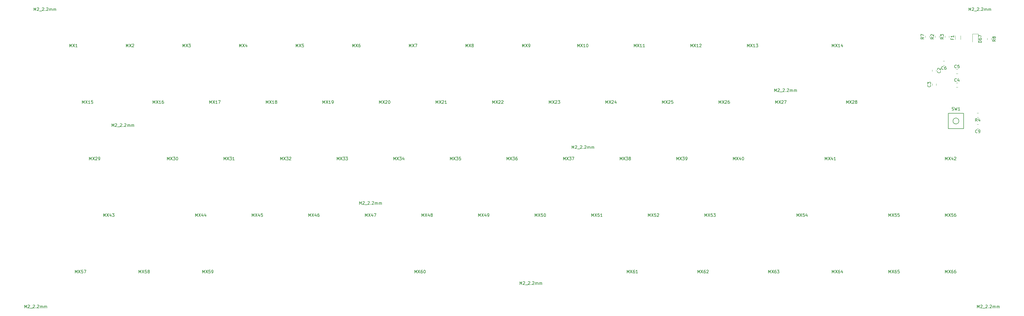
<source format=gto>
%TF.GenerationSoftware,KiCad,Pcbnew,(5.1.6)-1*%
%TF.CreationDate,2020-07-27T20:44:57-04:00*%
%TF.ProjectId,keyboard,6b657962-6f61-4726-942e-6b696361645f,rev?*%
%TF.SameCoordinates,Original*%
%TF.FileFunction,Legend,Top*%
%TF.FilePolarity,Positive*%
%FSLAX46Y46*%
G04 Gerber Fmt 4.6, Leading zero omitted, Abs format (unit mm)*
G04 Created by KiCad (PCBNEW (5.1.6)-1) date 2020-07-27 20:44:57*
%MOMM*%
%LPD*%
G01*
G04 APERTURE LIST*
%ADD10C,0.150000*%
%ADD11C,0.120000*%
G04 APERTURE END LIST*
D10*
%TO.C,SW1*%
X348877000Y-137656000D02*
X343677000Y-137656000D01*
X343677000Y-137656000D02*
X343677000Y-132456000D01*
X343677000Y-132456000D02*
X348877000Y-132456000D01*
X348877000Y-132456000D02*
X348877000Y-137656000D01*
X347277000Y-135056000D02*
G75*
G03*
X347277000Y-135056000I-1000000J0D01*
G01*
D11*
%TO.C,R8*%
X356795000Y-107134922D02*
X356795000Y-107652078D01*
X358215000Y-107134922D02*
X358215000Y-107652078D01*
%TO.C,R7*%
X337387000Y-106890078D02*
X337387000Y-106372922D01*
X335967000Y-106890078D02*
X335967000Y-106372922D01*
%TO.C,R4*%
X353875078Y-132386000D02*
X353357922Y-132386000D01*
X353875078Y-133806000D02*
X353357922Y-133806000D01*
%TO.C,R3*%
X343991000Y-106890078D02*
X343991000Y-106372922D01*
X342571000Y-106890078D02*
X342571000Y-106372922D01*
%TO.C,R2*%
X340689000Y-106890078D02*
X340689000Y-106372922D01*
X339269000Y-106890078D02*
X339269000Y-106372922D01*
%TO.C,F1*%
X347874000Y-107533064D02*
X347874000Y-106328936D01*
X346054000Y-107533064D02*
X346054000Y-106328936D01*
%TO.C,D67*%
X351846000Y-105708500D02*
X351846000Y-108393500D01*
X353766000Y-105708500D02*
X351846000Y-105708500D01*
X353766000Y-108393500D02*
X353766000Y-105708500D01*
%TO.C,C9*%
X353357922Y-137616000D02*
X353875078Y-137616000D01*
X353357922Y-136196000D02*
X353875078Y-136196000D01*
%TO.C,C6*%
X342475078Y-114860000D02*
X341957922Y-114860000D01*
X342475078Y-116280000D02*
X341957922Y-116280000D01*
%TO.C,C5*%
X346372922Y-119074000D02*
X346890078Y-119074000D01*
X346372922Y-117654000D02*
X346890078Y-117654000D01*
%TO.C,C4*%
X346372922Y-123646000D02*
X346890078Y-123646000D01*
X346372922Y-122226000D02*
X346890078Y-122226000D01*
%TO.C,C3*%
X339673000Y-123019078D02*
X339673000Y-122501922D01*
X338253000Y-123019078D02*
X338253000Y-122501922D01*
%TO.C,C2*%
X338253000Y-117772922D02*
X338253000Y-118290078D01*
X339673000Y-117772922D02*
X339673000Y-118290078D01*
%TO.C,M2_2.2mm*%
D10*
X145510714Y-163171130D02*
X145510714Y-162171130D01*
X145844047Y-162885416D01*
X146177380Y-162171130D01*
X146177380Y-163171130D01*
X146605952Y-162266369D02*
X146653571Y-162218750D01*
X146748809Y-162171130D01*
X146986904Y-162171130D01*
X147082142Y-162218750D01*
X147129761Y-162266369D01*
X147177380Y-162361607D01*
X147177380Y-162456845D01*
X147129761Y-162599702D01*
X146558333Y-163171130D01*
X147177380Y-163171130D01*
X147367857Y-163266369D02*
X148129761Y-163266369D01*
X148320238Y-162266369D02*
X148367857Y-162218750D01*
X148463095Y-162171130D01*
X148701190Y-162171130D01*
X148796428Y-162218750D01*
X148844047Y-162266369D01*
X148891666Y-162361607D01*
X148891666Y-162456845D01*
X148844047Y-162599702D01*
X148272619Y-163171130D01*
X148891666Y-163171130D01*
X149320238Y-163075892D02*
X149367857Y-163123511D01*
X149320238Y-163171130D01*
X149272619Y-163123511D01*
X149320238Y-163075892D01*
X149320238Y-163171130D01*
X149748809Y-162266369D02*
X149796428Y-162218750D01*
X149891666Y-162171130D01*
X150129761Y-162171130D01*
X150225000Y-162218750D01*
X150272619Y-162266369D01*
X150320238Y-162361607D01*
X150320238Y-162456845D01*
X150272619Y-162599702D01*
X149701190Y-163171130D01*
X150320238Y-163171130D01*
X150748809Y-163171130D02*
X150748809Y-162504464D01*
X150748809Y-162599702D02*
X150796428Y-162552083D01*
X150891666Y-162504464D01*
X151034523Y-162504464D01*
X151129761Y-162552083D01*
X151177380Y-162647321D01*
X151177380Y-163171130D01*
X151177380Y-162647321D02*
X151225000Y-162552083D01*
X151320238Y-162504464D01*
X151463095Y-162504464D01*
X151558333Y-162552083D01*
X151605952Y-162647321D01*
X151605952Y-163171130D01*
X152082142Y-163171130D02*
X152082142Y-162504464D01*
X152082142Y-162599702D02*
X152129761Y-162552083D01*
X152225000Y-162504464D01*
X152367857Y-162504464D01*
X152463095Y-162552083D01*
X152510714Y-162647321D01*
X152510714Y-163171130D01*
X152510714Y-162647321D02*
X152558333Y-162552083D01*
X152653571Y-162504464D01*
X152796428Y-162504464D01*
X152891666Y-162552083D01*
X152939285Y-162647321D01*
X152939285Y-163171130D01*
X217011714Y-144343380D02*
X217011714Y-143343380D01*
X217345047Y-144057666D01*
X217678380Y-143343380D01*
X217678380Y-144343380D01*
X218106952Y-143438619D02*
X218154571Y-143391000D01*
X218249809Y-143343380D01*
X218487904Y-143343380D01*
X218583142Y-143391000D01*
X218630761Y-143438619D01*
X218678380Y-143533857D01*
X218678380Y-143629095D01*
X218630761Y-143771952D01*
X218059333Y-144343380D01*
X218678380Y-144343380D01*
X218868857Y-144438619D02*
X219630761Y-144438619D01*
X219821238Y-143438619D02*
X219868857Y-143391000D01*
X219964095Y-143343380D01*
X220202190Y-143343380D01*
X220297428Y-143391000D01*
X220345047Y-143438619D01*
X220392666Y-143533857D01*
X220392666Y-143629095D01*
X220345047Y-143771952D01*
X219773619Y-144343380D01*
X220392666Y-144343380D01*
X220821238Y-144248142D02*
X220868857Y-144295761D01*
X220821238Y-144343380D01*
X220773619Y-144295761D01*
X220821238Y-144248142D01*
X220821238Y-144343380D01*
X221249809Y-143438619D02*
X221297428Y-143391000D01*
X221392666Y-143343380D01*
X221630761Y-143343380D01*
X221726000Y-143391000D01*
X221773619Y-143438619D01*
X221821238Y-143533857D01*
X221821238Y-143629095D01*
X221773619Y-143771952D01*
X221202190Y-144343380D01*
X221821238Y-144343380D01*
X222249809Y-144343380D02*
X222249809Y-143676714D01*
X222249809Y-143771952D02*
X222297428Y-143724333D01*
X222392666Y-143676714D01*
X222535523Y-143676714D01*
X222630761Y-143724333D01*
X222678380Y-143819571D01*
X222678380Y-144343380D01*
X222678380Y-143819571D02*
X222726000Y-143724333D01*
X222821238Y-143676714D01*
X222964095Y-143676714D01*
X223059333Y-143724333D01*
X223106952Y-143819571D01*
X223106952Y-144343380D01*
X223583142Y-144343380D02*
X223583142Y-143676714D01*
X223583142Y-143771952D02*
X223630761Y-143724333D01*
X223726000Y-143676714D01*
X223868857Y-143676714D01*
X223964095Y-143724333D01*
X224011714Y-143819571D01*
X224011714Y-144343380D01*
X224011714Y-143819571D02*
X224059333Y-143724333D01*
X224154571Y-143676714D01*
X224297428Y-143676714D01*
X224392666Y-143724333D01*
X224440285Y-143819571D01*
X224440285Y-144343380D01*
X285210714Y-125166380D02*
X285210714Y-124166380D01*
X285544047Y-124880666D01*
X285877380Y-124166380D01*
X285877380Y-125166380D01*
X286305952Y-124261619D02*
X286353571Y-124214000D01*
X286448809Y-124166380D01*
X286686904Y-124166380D01*
X286782142Y-124214000D01*
X286829761Y-124261619D01*
X286877380Y-124356857D01*
X286877380Y-124452095D01*
X286829761Y-124594952D01*
X286258333Y-125166380D01*
X286877380Y-125166380D01*
X287067857Y-125261619D02*
X287829761Y-125261619D01*
X288020238Y-124261619D02*
X288067857Y-124214000D01*
X288163095Y-124166380D01*
X288401190Y-124166380D01*
X288496428Y-124214000D01*
X288544047Y-124261619D01*
X288591666Y-124356857D01*
X288591666Y-124452095D01*
X288544047Y-124594952D01*
X287972619Y-125166380D01*
X288591666Y-125166380D01*
X289020238Y-125071142D02*
X289067857Y-125118761D01*
X289020238Y-125166380D01*
X288972619Y-125118761D01*
X289020238Y-125071142D01*
X289020238Y-125166380D01*
X289448809Y-124261619D02*
X289496428Y-124214000D01*
X289591666Y-124166380D01*
X289829761Y-124166380D01*
X289925000Y-124214000D01*
X289972619Y-124261619D01*
X290020238Y-124356857D01*
X290020238Y-124452095D01*
X289972619Y-124594952D01*
X289401190Y-125166380D01*
X290020238Y-125166380D01*
X290448809Y-125166380D02*
X290448809Y-124499714D01*
X290448809Y-124594952D02*
X290496428Y-124547333D01*
X290591666Y-124499714D01*
X290734523Y-124499714D01*
X290829761Y-124547333D01*
X290877380Y-124642571D01*
X290877380Y-125166380D01*
X290877380Y-124642571D02*
X290925000Y-124547333D01*
X291020238Y-124499714D01*
X291163095Y-124499714D01*
X291258333Y-124547333D01*
X291305952Y-124642571D01*
X291305952Y-125166380D01*
X291782142Y-125166380D02*
X291782142Y-124499714D01*
X291782142Y-124594952D02*
X291829761Y-124547333D01*
X291925000Y-124499714D01*
X292067857Y-124499714D01*
X292163095Y-124547333D01*
X292210714Y-124642571D01*
X292210714Y-125166380D01*
X292210714Y-124642571D02*
X292258333Y-124547333D01*
X292353571Y-124499714D01*
X292496428Y-124499714D01*
X292591666Y-124547333D01*
X292639285Y-124642571D01*
X292639285Y-125166380D01*
X62166964Y-136952380D02*
X62166964Y-135952380D01*
X62500297Y-136666666D01*
X62833630Y-135952380D01*
X62833630Y-136952380D01*
X63262202Y-136047619D02*
X63309821Y-136000000D01*
X63405059Y-135952380D01*
X63643154Y-135952380D01*
X63738392Y-136000000D01*
X63786011Y-136047619D01*
X63833630Y-136142857D01*
X63833630Y-136238095D01*
X63786011Y-136380952D01*
X63214583Y-136952380D01*
X63833630Y-136952380D01*
X64024107Y-137047619D02*
X64786011Y-137047619D01*
X64976488Y-136047619D02*
X65024107Y-136000000D01*
X65119345Y-135952380D01*
X65357440Y-135952380D01*
X65452678Y-136000000D01*
X65500297Y-136047619D01*
X65547916Y-136142857D01*
X65547916Y-136238095D01*
X65500297Y-136380952D01*
X64928869Y-136952380D01*
X65547916Y-136952380D01*
X65976488Y-136857142D02*
X66024107Y-136904761D01*
X65976488Y-136952380D01*
X65928869Y-136904761D01*
X65976488Y-136857142D01*
X65976488Y-136952380D01*
X66405059Y-136047619D02*
X66452678Y-136000000D01*
X66547916Y-135952380D01*
X66786011Y-135952380D01*
X66881250Y-136000000D01*
X66928869Y-136047619D01*
X66976488Y-136142857D01*
X66976488Y-136238095D01*
X66928869Y-136380952D01*
X66357440Y-136952380D01*
X66976488Y-136952380D01*
X67405059Y-136952380D02*
X67405059Y-136285714D01*
X67405059Y-136380952D02*
X67452678Y-136333333D01*
X67547916Y-136285714D01*
X67690773Y-136285714D01*
X67786011Y-136333333D01*
X67833630Y-136428571D01*
X67833630Y-136952380D01*
X67833630Y-136428571D02*
X67881250Y-136333333D01*
X67976488Y-136285714D01*
X68119345Y-136285714D01*
X68214583Y-136333333D01*
X68262202Y-136428571D01*
X68262202Y-136952380D01*
X68738392Y-136952380D02*
X68738392Y-136285714D01*
X68738392Y-136380952D02*
X68786011Y-136333333D01*
X68881250Y-136285714D01*
X69024107Y-136285714D01*
X69119345Y-136333333D01*
X69166964Y-136428571D01*
X69166964Y-136952380D01*
X69166964Y-136428571D02*
X69214583Y-136333333D01*
X69309821Y-136285714D01*
X69452678Y-136285714D01*
X69547916Y-136333333D01*
X69595535Y-136428571D01*
X69595535Y-136952380D01*
X199485714Y-190165380D02*
X199485714Y-189165380D01*
X199819047Y-189879666D01*
X200152380Y-189165380D01*
X200152380Y-190165380D01*
X200580952Y-189260619D02*
X200628571Y-189213000D01*
X200723809Y-189165380D01*
X200961904Y-189165380D01*
X201057142Y-189213000D01*
X201104761Y-189260619D01*
X201152380Y-189355857D01*
X201152380Y-189451095D01*
X201104761Y-189593952D01*
X200533333Y-190165380D01*
X201152380Y-190165380D01*
X201342857Y-190260619D02*
X202104761Y-190260619D01*
X202295238Y-189260619D02*
X202342857Y-189213000D01*
X202438095Y-189165380D01*
X202676190Y-189165380D01*
X202771428Y-189213000D01*
X202819047Y-189260619D01*
X202866666Y-189355857D01*
X202866666Y-189451095D01*
X202819047Y-189593952D01*
X202247619Y-190165380D01*
X202866666Y-190165380D01*
X203295238Y-190070142D02*
X203342857Y-190117761D01*
X203295238Y-190165380D01*
X203247619Y-190117761D01*
X203295238Y-190070142D01*
X203295238Y-190165380D01*
X203723809Y-189260619D02*
X203771428Y-189213000D01*
X203866666Y-189165380D01*
X204104761Y-189165380D01*
X204200000Y-189213000D01*
X204247619Y-189260619D01*
X204295238Y-189355857D01*
X204295238Y-189451095D01*
X204247619Y-189593952D01*
X203676190Y-190165380D01*
X204295238Y-190165380D01*
X204723809Y-190165380D02*
X204723809Y-189498714D01*
X204723809Y-189593952D02*
X204771428Y-189546333D01*
X204866666Y-189498714D01*
X205009523Y-189498714D01*
X205104761Y-189546333D01*
X205152380Y-189641571D01*
X205152380Y-190165380D01*
X205152380Y-189641571D02*
X205200000Y-189546333D01*
X205295238Y-189498714D01*
X205438095Y-189498714D01*
X205533333Y-189546333D01*
X205580952Y-189641571D01*
X205580952Y-190165380D01*
X206057142Y-190165380D02*
X206057142Y-189498714D01*
X206057142Y-189593952D02*
X206104761Y-189546333D01*
X206200000Y-189498714D01*
X206342857Y-189498714D01*
X206438095Y-189546333D01*
X206485714Y-189641571D01*
X206485714Y-190165380D01*
X206485714Y-189641571D02*
X206533333Y-189546333D01*
X206628571Y-189498714D01*
X206771428Y-189498714D01*
X206866666Y-189546333D01*
X206914285Y-189641571D01*
X206914285Y-190165380D01*
X350615714Y-97861380D02*
X350615714Y-96861380D01*
X350949047Y-97575666D01*
X351282380Y-96861380D01*
X351282380Y-97861380D01*
X351710952Y-96956619D02*
X351758571Y-96909000D01*
X351853809Y-96861380D01*
X352091904Y-96861380D01*
X352187142Y-96909000D01*
X352234761Y-96956619D01*
X352282380Y-97051857D01*
X352282380Y-97147095D01*
X352234761Y-97289952D01*
X351663333Y-97861380D01*
X352282380Y-97861380D01*
X352472857Y-97956619D02*
X353234761Y-97956619D01*
X353425238Y-96956619D02*
X353472857Y-96909000D01*
X353568095Y-96861380D01*
X353806190Y-96861380D01*
X353901428Y-96909000D01*
X353949047Y-96956619D01*
X353996666Y-97051857D01*
X353996666Y-97147095D01*
X353949047Y-97289952D01*
X353377619Y-97861380D01*
X353996666Y-97861380D01*
X354425238Y-97766142D02*
X354472857Y-97813761D01*
X354425238Y-97861380D01*
X354377619Y-97813761D01*
X354425238Y-97766142D01*
X354425238Y-97861380D01*
X354853809Y-96956619D02*
X354901428Y-96909000D01*
X354996666Y-96861380D01*
X355234761Y-96861380D01*
X355330000Y-96909000D01*
X355377619Y-96956619D01*
X355425238Y-97051857D01*
X355425238Y-97147095D01*
X355377619Y-97289952D01*
X354806190Y-97861380D01*
X355425238Y-97861380D01*
X355853809Y-97861380D02*
X355853809Y-97194714D01*
X355853809Y-97289952D02*
X355901428Y-97242333D01*
X355996666Y-97194714D01*
X356139523Y-97194714D01*
X356234761Y-97242333D01*
X356282380Y-97337571D01*
X356282380Y-97861380D01*
X356282380Y-97337571D02*
X356330000Y-97242333D01*
X356425238Y-97194714D01*
X356568095Y-97194714D01*
X356663333Y-97242333D01*
X356710952Y-97337571D01*
X356710952Y-97861380D01*
X357187142Y-97861380D02*
X357187142Y-97194714D01*
X357187142Y-97289952D02*
X357234761Y-97242333D01*
X357330000Y-97194714D01*
X357472857Y-97194714D01*
X357568095Y-97242333D01*
X357615714Y-97337571D01*
X357615714Y-97861380D01*
X357615714Y-97337571D02*
X357663333Y-97242333D01*
X357758571Y-97194714D01*
X357901428Y-97194714D01*
X357996666Y-97242333D01*
X358044285Y-97337571D01*
X358044285Y-97861380D01*
X353473214Y-198071130D02*
X353473214Y-197071130D01*
X353806547Y-197785416D01*
X354139880Y-197071130D01*
X354139880Y-198071130D01*
X354568452Y-197166369D02*
X354616071Y-197118750D01*
X354711309Y-197071130D01*
X354949404Y-197071130D01*
X355044642Y-197118750D01*
X355092261Y-197166369D01*
X355139880Y-197261607D01*
X355139880Y-197356845D01*
X355092261Y-197499702D01*
X354520833Y-198071130D01*
X355139880Y-198071130D01*
X355330357Y-198166369D02*
X356092261Y-198166369D01*
X356282738Y-197166369D02*
X356330357Y-197118750D01*
X356425595Y-197071130D01*
X356663690Y-197071130D01*
X356758928Y-197118750D01*
X356806547Y-197166369D01*
X356854166Y-197261607D01*
X356854166Y-197356845D01*
X356806547Y-197499702D01*
X356235119Y-198071130D01*
X356854166Y-198071130D01*
X357282738Y-197975892D02*
X357330357Y-198023511D01*
X357282738Y-198071130D01*
X357235119Y-198023511D01*
X357282738Y-197975892D01*
X357282738Y-198071130D01*
X357711309Y-197166369D02*
X357758928Y-197118750D01*
X357854166Y-197071130D01*
X358092261Y-197071130D01*
X358187500Y-197118750D01*
X358235119Y-197166369D01*
X358282738Y-197261607D01*
X358282738Y-197356845D01*
X358235119Y-197499702D01*
X357663690Y-198071130D01*
X358282738Y-198071130D01*
X358711309Y-198071130D02*
X358711309Y-197404464D01*
X358711309Y-197499702D02*
X358758928Y-197452083D01*
X358854166Y-197404464D01*
X358997023Y-197404464D01*
X359092261Y-197452083D01*
X359139880Y-197547321D01*
X359139880Y-198071130D01*
X359139880Y-197547321D02*
X359187500Y-197452083D01*
X359282738Y-197404464D01*
X359425595Y-197404464D01*
X359520833Y-197452083D01*
X359568452Y-197547321D01*
X359568452Y-198071130D01*
X360044642Y-198071130D02*
X360044642Y-197404464D01*
X360044642Y-197499702D02*
X360092261Y-197452083D01*
X360187500Y-197404464D01*
X360330357Y-197404464D01*
X360425595Y-197452083D01*
X360473214Y-197547321D01*
X360473214Y-198071130D01*
X360473214Y-197547321D02*
X360520833Y-197452083D01*
X360616071Y-197404464D01*
X360758928Y-197404464D01*
X360854166Y-197452083D01*
X360901785Y-197547321D01*
X360901785Y-198071130D01*
X35909714Y-97861380D02*
X35909714Y-96861380D01*
X36243047Y-97575666D01*
X36576380Y-96861380D01*
X36576380Y-97861380D01*
X37004952Y-96956619D02*
X37052571Y-96909000D01*
X37147809Y-96861380D01*
X37385904Y-96861380D01*
X37481142Y-96909000D01*
X37528761Y-96956619D01*
X37576380Y-97051857D01*
X37576380Y-97147095D01*
X37528761Y-97289952D01*
X36957333Y-97861380D01*
X37576380Y-97861380D01*
X37766857Y-97956619D02*
X38528761Y-97956619D01*
X38719238Y-96956619D02*
X38766857Y-96909000D01*
X38862095Y-96861380D01*
X39100190Y-96861380D01*
X39195428Y-96909000D01*
X39243047Y-96956619D01*
X39290666Y-97051857D01*
X39290666Y-97147095D01*
X39243047Y-97289952D01*
X38671619Y-97861380D01*
X39290666Y-97861380D01*
X39719238Y-97766142D02*
X39766857Y-97813761D01*
X39719238Y-97861380D01*
X39671619Y-97813761D01*
X39719238Y-97766142D01*
X39719238Y-97861380D01*
X40147809Y-96956619D02*
X40195428Y-96909000D01*
X40290666Y-96861380D01*
X40528761Y-96861380D01*
X40624000Y-96909000D01*
X40671619Y-96956619D01*
X40719238Y-97051857D01*
X40719238Y-97147095D01*
X40671619Y-97289952D01*
X40100190Y-97861380D01*
X40719238Y-97861380D01*
X41147809Y-97861380D02*
X41147809Y-97194714D01*
X41147809Y-97289952D02*
X41195428Y-97242333D01*
X41290666Y-97194714D01*
X41433523Y-97194714D01*
X41528761Y-97242333D01*
X41576380Y-97337571D01*
X41576380Y-97861380D01*
X41576380Y-97337571D02*
X41624000Y-97242333D01*
X41719238Y-97194714D01*
X41862095Y-97194714D01*
X41957333Y-97242333D01*
X42004952Y-97337571D01*
X42004952Y-97861380D01*
X42481142Y-97861380D02*
X42481142Y-97194714D01*
X42481142Y-97289952D02*
X42528761Y-97242333D01*
X42624000Y-97194714D01*
X42766857Y-97194714D01*
X42862095Y-97242333D01*
X42909714Y-97337571D01*
X42909714Y-97861380D01*
X42909714Y-97337571D02*
X42957333Y-97242333D01*
X43052571Y-97194714D01*
X43195428Y-97194714D01*
X43290666Y-97242333D01*
X43338285Y-97337571D01*
X43338285Y-97861380D01*
X32798214Y-198071130D02*
X32798214Y-197071130D01*
X33131547Y-197785416D01*
X33464880Y-197071130D01*
X33464880Y-198071130D01*
X33893452Y-197166369D02*
X33941071Y-197118750D01*
X34036309Y-197071130D01*
X34274404Y-197071130D01*
X34369642Y-197118750D01*
X34417261Y-197166369D01*
X34464880Y-197261607D01*
X34464880Y-197356845D01*
X34417261Y-197499702D01*
X33845833Y-198071130D01*
X34464880Y-198071130D01*
X34655357Y-198166369D02*
X35417261Y-198166369D01*
X35607738Y-197166369D02*
X35655357Y-197118750D01*
X35750595Y-197071130D01*
X35988690Y-197071130D01*
X36083928Y-197118750D01*
X36131547Y-197166369D01*
X36179166Y-197261607D01*
X36179166Y-197356845D01*
X36131547Y-197499702D01*
X35560119Y-198071130D01*
X36179166Y-198071130D01*
X36607738Y-197975892D02*
X36655357Y-198023511D01*
X36607738Y-198071130D01*
X36560119Y-198023511D01*
X36607738Y-197975892D01*
X36607738Y-198071130D01*
X37036309Y-197166369D02*
X37083928Y-197118750D01*
X37179166Y-197071130D01*
X37417261Y-197071130D01*
X37512500Y-197118750D01*
X37560119Y-197166369D01*
X37607738Y-197261607D01*
X37607738Y-197356845D01*
X37560119Y-197499702D01*
X36988690Y-198071130D01*
X37607738Y-198071130D01*
X38036309Y-198071130D02*
X38036309Y-197404464D01*
X38036309Y-197499702D02*
X38083928Y-197452083D01*
X38179166Y-197404464D01*
X38322023Y-197404464D01*
X38417261Y-197452083D01*
X38464880Y-197547321D01*
X38464880Y-198071130D01*
X38464880Y-197547321D02*
X38512500Y-197452083D01*
X38607738Y-197404464D01*
X38750595Y-197404464D01*
X38845833Y-197452083D01*
X38893452Y-197547321D01*
X38893452Y-198071130D01*
X39369642Y-198071130D02*
X39369642Y-197404464D01*
X39369642Y-197499702D02*
X39417261Y-197452083D01*
X39512500Y-197404464D01*
X39655357Y-197404464D01*
X39750595Y-197452083D01*
X39798214Y-197547321D01*
X39798214Y-198071130D01*
X39798214Y-197547321D02*
X39845833Y-197452083D01*
X39941071Y-197404464D01*
X40083928Y-197404464D01*
X40179166Y-197452083D01*
X40226785Y-197547321D01*
X40226785Y-198071130D01*
%TO.C,MX41*%
X302244345Y-148216880D02*
X302244345Y-147216880D01*
X302577678Y-147931166D01*
X302911011Y-147216880D01*
X302911011Y-148216880D01*
X303291964Y-147216880D02*
X303958630Y-148216880D01*
X303958630Y-147216880D02*
X303291964Y-148216880D01*
X304768154Y-147550214D02*
X304768154Y-148216880D01*
X304530059Y-147169261D02*
X304291964Y-147883547D01*
X304911011Y-147883547D01*
X305815773Y-148216880D02*
X305244345Y-148216880D01*
X305530059Y-148216880D02*
X305530059Y-147216880D01*
X305434821Y-147359738D01*
X305339583Y-147454976D01*
X305244345Y-147502595D01*
%TO.C,SW1*%
X344943666Y-131396761D02*
X345086523Y-131444380D01*
X345324619Y-131444380D01*
X345419857Y-131396761D01*
X345467476Y-131349142D01*
X345515095Y-131253904D01*
X345515095Y-131158666D01*
X345467476Y-131063428D01*
X345419857Y-131015809D01*
X345324619Y-130968190D01*
X345134142Y-130920571D01*
X345038904Y-130872952D01*
X344991285Y-130825333D01*
X344943666Y-130730095D01*
X344943666Y-130634857D01*
X344991285Y-130539619D01*
X345038904Y-130492000D01*
X345134142Y-130444380D01*
X345372238Y-130444380D01*
X345515095Y-130492000D01*
X345848428Y-130444380D02*
X346086523Y-131444380D01*
X346277000Y-130730095D01*
X346467476Y-131444380D01*
X346705571Y-130444380D01*
X347610333Y-131444380D02*
X347038904Y-131444380D01*
X347324619Y-131444380D02*
X347324619Y-130444380D01*
X347229380Y-130587238D01*
X347134142Y-130682476D01*
X347038904Y-130730095D01*
%TO.C,R8*%
X359607380Y-107560166D02*
X359131190Y-107893500D01*
X359607380Y-108131595D02*
X358607380Y-108131595D01*
X358607380Y-107750642D01*
X358655000Y-107655404D01*
X358702619Y-107607785D01*
X358797857Y-107560166D01*
X358940714Y-107560166D01*
X359035952Y-107607785D01*
X359083571Y-107655404D01*
X359131190Y-107750642D01*
X359131190Y-108131595D01*
X359035952Y-106988738D02*
X358988333Y-107083976D01*
X358940714Y-107131595D01*
X358845476Y-107179214D01*
X358797857Y-107179214D01*
X358702619Y-107131595D01*
X358655000Y-107083976D01*
X358607380Y-106988738D01*
X358607380Y-106798261D01*
X358655000Y-106703023D01*
X358702619Y-106655404D01*
X358797857Y-106607785D01*
X358845476Y-106607785D01*
X358940714Y-106655404D01*
X358988333Y-106703023D01*
X359035952Y-106798261D01*
X359035952Y-106988738D01*
X359083571Y-107083976D01*
X359131190Y-107131595D01*
X359226428Y-107179214D01*
X359416904Y-107179214D01*
X359512142Y-107131595D01*
X359559761Y-107083976D01*
X359607380Y-106988738D01*
X359607380Y-106798261D01*
X359559761Y-106703023D01*
X359512142Y-106655404D01*
X359416904Y-106607785D01*
X359226428Y-106607785D01*
X359131190Y-106655404D01*
X359083571Y-106703023D01*
X359035952Y-106798261D01*
%TO.C,R7*%
X335479380Y-106798166D02*
X335003190Y-107131500D01*
X335479380Y-107369595D02*
X334479380Y-107369595D01*
X334479380Y-106988642D01*
X334527000Y-106893404D01*
X334574619Y-106845785D01*
X334669857Y-106798166D01*
X334812714Y-106798166D01*
X334907952Y-106845785D01*
X334955571Y-106893404D01*
X335003190Y-106988642D01*
X335003190Y-107369595D01*
X334479380Y-106464833D02*
X334479380Y-105798166D01*
X335479380Y-106226738D01*
%TO.C,R4*%
X353449833Y-135198380D02*
X353116500Y-134722190D01*
X352878404Y-135198380D02*
X352878404Y-134198380D01*
X353259357Y-134198380D01*
X353354595Y-134246000D01*
X353402214Y-134293619D01*
X353449833Y-134388857D01*
X353449833Y-134531714D01*
X353402214Y-134626952D01*
X353354595Y-134674571D01*
X353259357Y-134722190D01*
X352878404Y-134722190D01*
X354306976Y-134531714D02*
X354306976Y-135198380D01*
X354068880Y-134150761D02*
X353830785Y-134865047D01*
X354449833Y-134865047D01*
%TO.C,R3*%
X342083380Y-106798166D02*
X341607190Y-107131500D01*
X342083380Y-107369595D02*
X341083380Y-107369595D01*
X341083380Y-106988642D01*
X341131000Y-106893404D01*
X341178619Y-106845785D01*
X341273857Y-106798166D01*
X341416714Y-106798166D01*
X341511952Y-106845785D01*
X341559571Y-106893404D01*
X341607190Y-106988642D01*
X341607190Y-107369595D01*
X341083380Y-106464833D02*
X341083380Y-105845785D01*
X341464333Y-106179119D01*
X341464333Y-106036261D01*
X341511952Y-105941023D01*
X341559571Y-105893404D01*
X341654809Y-105845785D01*
X341892904Y-105845785D01*
X341988142Y-105893404D01*
X342035761Y-105941023D01*
X342083380Y-106036261D01*
X342083380Y-106321976D01*
X342035761Y-106417214D01*
X341988142Y-106464833D01*
%TO.C,R2*%
X338781380Y-106798166D02*
X338305190Y-107131500D01*
X338781380Y-107369595D02*
X337781380Y-107369595D01*
X337781380Y-106988642D01*
X337829000Y-106893404D01*
X337876619Y-106845785D01*
X337971857Y-106798166D01*
X338114714Y-106798166D01*
X338209952Y-106845785D01*
X338257571Y-106893404D01*
X338305190Y-106988642D01*
X338305190Y-107369595D01*
X337876619Y-106417214D02*
X337829000Y-106369595D01*
X337781380Y-106274357D01*
X337781380Y-106036261D01*
X337829000Y-105941023D01*
X337876619Y-105893404D01*
X337971857Y-105845785D01*
X338067095Y-105845785D01*
X338209952Y-105893404D01*
X338781380Y-106464833D01*
X338781380Y-105845785D01*
%TO.C,MX66*%
X342725595Y-186316880D02*
X342725595Y-185316880D01*
X343058928Y-186031166D01*
X343392261Y-185316880D01*
X343392261Y-186316880D01*
X343773214Y-185316880D02*
X344439880Y-186316880D01*
X344439880Y-185316880D02*
X343773214Y-186316880D01*
X345249404Y-185316880D02*
X345058928Y-185316880D01*
X344963690Y-185364500D01*
X344916071Y-185412119D01*
X344820833Y-185554976D01*
X344773214Y-185745452D01*
X344773214Y-186126404D01*
X344820833Y-186221642D01*
X344868452Y-186269261D01*
X344963690Y-186316880D01*
X345154166Y-186316880D01*
X345249404Y-186269261D01*
X345297023Y-186221642D01*
X345344642Y-186126404D01*
X345344642Y-185888309D01*
X345297023Y-185793071D01*
X345249404Y-185745452D01*
X345154166Y-185697833D01*
X344963690Y-185697833D01*
X344868452Y-185745452D01*
X344820833Y-185793071D01*
X344773214Y-185888309D01*
X346201785Y-185316880D02*
X346011309Y-185316880D01*
X345916071Y-185364500D01*
X345868452Y-185412119D01*
X345773214Y-185554976D01*
X345725595Y-185745452D01*
X345725595Y-186126404D01*
X345773214Y-186221642D01*
X345820833Y-186269261D01*
X345916071Y-186316880D01*
X346106547Y-186316880D01*
X346201785Y-186269261D01*
X346249404Y-186221642D01*
X346297023Y-186126404D01*
X346297023Y-185888309D01*
X346249404Y-185793071D01*
X346201785Y-185745452D01*
X346106547Y-185697833D01*
X345916071Y-185697833D01*
X345820833Y-185745452D01*
X345773214Y-185793071D01*
X345725595Y-185888309D01*
%TO.C,MX65*%
X323675595Y-186316880D02*
X323675595Y-185316880D01*
X324008928Y-186031166D01*
X324342261Y-185316880D01*
X324342261Y-186316880D01*
X324723214Y-185316880D02*
X325389880Y-186316880D01*
X325389880Y-185316880D02*
X324723214Y-186316880D01*
X326199404Y-185316880D02*
X326008928Y-185316880D01*
X325913690Y-185364500D01*
X325866071Y-185412119D01*
X325770833Y-185554976D01*
X325723214Y-185745452D01*
X325723214Y-186126404D01*
X325770833Y-186221642D01*
X325818452Y-186269261D01*
X325913690Y-186316880D01*
X326104166Y-186316880D01*
X326199404Y-186269261D01*
X326247023Y-186221642D01*
X326294642Y-186126404D01*
X326294642Y-185888309D01*
X326247023Y-185793071D01*
X326199404Y-185745452D01*
X326104166Y-185697833D01*
X325913690Y-185697833D01*
X325818452Y-185745452D01*
X325770833Y-185793071D01*
X325723214Y-185888309D01*
X327199404Y-185316880D02*
X326723214Y-185316880D01*
X326675595Y-185793071D01*
X326723214Y-185745452D01*
X326818452Y-185697833D01*
X327056547Y-185697833D01*
X327151785Y-185745452D01*
X327199404Y-185793071D01*
X327247023Y-185888309D01*
X327247023Y-186126404D01*
X327199404Y-186221642D01*
X327151785Y-186269261D01*
X327056547Y-186316880D01*
X326818452Y-186316880D01*
X326723214Y-186269261D01*
X326675595Y-186221642D01*
%TO.C,MX64*%
X304625595Y-186316880D02*
X304625595Y-185316880D01*
X304958928Y-186031166D01*
X305292261Y-185316880D01*
X305292261Y-186316880D01*
X305673214Y-185316880D02*
X306339880Y-186316880D01*
X306339880Y-185316880D02*
X305673214Y-186316880D01*
X307149404Y-185316880D02*
X306958928Y-185316880D01*
X306863690Y-185364500D01*
X306816071Y-185412119D01*
X306720833Y-185554976D01*
X306673214Y-185745452D01*
X306673214Y-186126404D01*
X306720833Y-186221642D01*
X306768452Y-186269261D01*
X306863690Y-186316880D01*
X307054166Y-186316880D01*
X307149404Y-186269261D01*
X307197023Y-186221642D01*
X307244642Y-186126404D01*
X307244642Y-185888309D01*
X307197023Y-185793071D01*
X307149404Y-185745452D01*
X307054166Y-185697833D01*
X306863690Y-185697833D01*
X306768452Y-185745452D01*
X306720833Y-185793071D01*
X306673214Y-185888309D01*
X308101785Y-185650214D02*
X308101785Y-186316880D01*
X307863690Y-185269261D02*
X307625595Y-185983547D01*
X308244642Y-185983547D01*
%TO.C,MX63*%
X283194345Y-186316880D02*
X283194345Y-185316880D01*
X283527678Y-186031166D01*
X283861011Y-185316880D01*
X283861011Y-186316880D01*
X284241964Y-185316880D02*
X284908630Y-186316880D01*
X284908630Y-185316880D02*
X284241964Y-186316880D01*
X285718154Y-185316880D02*
X285527678Y-185316880D01*
X285432440Y-185364500D01*
X285384821Y-185412119D01*
X285289583Y-185554976D01*
X285241964Y-185745452D01*
X285241964Y-186126404D01*
X285289583Y-186221642D01*
X285337202Y-186269261D01*
X285432440Y-186316880D01*
X285622916Y-186316880D01*
X285718154Y-186269261D01*
X285765773Y-186221642D01*
X285813392Y-186126404D01*
X285813392Y-185888309D01*
X285765773Y-185793071D01*
X285718154Y-185745452D01*
X285622916Y-185697833D01*
X285432440Y-185697833D01*
X285337202Y-185745452D01*
X285289583Y-185793071D01*
X285241964Y-185888309D01*
X286146726Y-185316880D02*
X286765773Y-185316880D01*
X286432440Y-185697833D01*
X286575297Y-185697833D01*
X286670535Y-185745452D01*
X286718154Y-185793071D01*
X286765773Y-185888309D01*
X286765773Y-186126404D01*
X286718154Y-186221642D01*
X286670535Y-186269261D01*
X286575297Y-186316880D01*
X286289583Y-186316880D01*
X286194345Y-186269261D01*
X286146726Y-186221642D01*
%TO.C,MX62*%
X259381845Y-186316880D02*
X259381845Y-185316880D01*
X259715178Y-186031166D01*
X260048511Y-185316880D01*
X260048511Y-186316880D01*
X260429464Y-185316880D02*
X261096130Y-186316880D01*
X261096130Y-185316880D02*
X260429464Y-186316880D01*
X261905654Y-185316880D02*
X261715178Y-185316880D01*
X261619940Y-185364500D01*
X261572321Y-185412119D01*
X261477083Y-185554976D01*
X261429464Y-185745452D01*
X261429464Y-186126404D01*
X261477083Y-186221642D01*
X261524702Y-186269261D01*
X261619940Y-186316880D01*
X261810416Y-186316880D01*
X261905654Y-186269261D01*
X261953273Y-186221642D01*
X262000892Y-186126404D01*
X262000892Y-185888309D01*
X261953273Y-185793071D01*
X261905654Y-185745452D01*
X261810416Y-185697833D01*
X261619940Y-185697833D01*
X261524702Y-185745452D01*
X261477083Y-185793071D01*
X261429464Y-185888309D01*
X262381845Y-185412119D02*
X262429464Y-185364500D01*
X262524702Y-185316880D01*
X262762797Y-185316880D01*
X262858035Y-185364500D01*
X262905654Y-185412119D01*
X262953273Y-185507357D01*
X262953273Y-185602595D01*
X262905654Y-185745452D01*
X262334226Y-186316880D01*
X262953273Y-186316880D01*
%TO.C,MX61*%
X235569345Y-186316880D02*
X235569345Y-185316880D01*
X235902678Y-186031166D01*
X236236011Y-185316880D01*
X236236011Y-186316880D01*
X236616964Y-185316880D02*
X237283630Y-186316880D01*
X237283630Y-185316880D02*
X236616964Y-186316880D01*
X238093154Y-185316880D02*
X237902678Y-185316880D01*
X237807440Y-185364500D01*
X237759821Y-185412119D01*
X237664583Y-185554976D01*
X237616964Y-185745452D01*
X237616964Y-186126404D01*
X237664583Y-186221642D01*
X237712202Y-186269261D01*
X237807440Y-186316880D01*
X237997916Y-186316880D01*
X238093154Y-186269261D01*
X238140773Y-186221642D01*
X238188392Y-186126404D01*
X238188392Y-185888309D01*
X238140773Y-185793071D01*
X238093154Y-185745452D01*
X237997916Y-185697833D01*
X237807440Y-185697833D01*
X237712202Y-185745452D01*
X237664583Y-185793071D01*
X237616964Y-185888309D01*
X239140773Y-186316880D02*
X238569345Y-186316880D01*
X238855059Y-186316880D02*
X238855059Y-185316880D01*
X238759821Y-185459738D01*
X238664583Y-185554976D01*
X238569345Y-185602595D01*
%TO.C,MX60*%
X164131845Y-186316880D02*
X164131845Y-185316880D01*
X164465178Y-186031166D01*
X164798511Y-185316880D01*
X164798511Y-186316880D01*
X165179464Y-185316880D02*
X165846130Y-186316880D01*
X165846130Y-185316880D02*
X165179464Y-186316880D01*
X166655654Y-185316880D02*
X166465178Y-185316880D01*
X166369940Y-185364500D01*
X166322321Y-185412119D01*
X166227083Y-185554976D01*
X166179464Y-185745452D01*
X166179464Y-186126404D01*
X166227083Y-186221642D01*
X166274702Y-186269261D01*
X166369940Y-186316880D01*
X166560416Y-186316880D01*
X166655654Y-186269261D01*
X166703273Y-186221642D01*
X166750892Y-186126404D01*
X166750892Y-185888309D01*
X166703273Y-185793071D01*
X166655654Y-185745452D01*
X166560416Y-185697833D01*
X166369940Y-185697833D01*
X166274702Y-185745452D01*
X166227083Y-185793071D01*
X166179464Y-185888309D01*
X167369940Y-185316880D02*
X167465178Y-185316880D01*
X167560416Y-185364500D01*
X167608035Y-185412119D01*
X167655654Y-185507357D01*
X167703273Y-185697833D01*
X167703273Y-185935928D01*
X167655654Y-186126404D01*
X167608035Y-186221642D01*
X167560416Y-186269261D01*
X167465178Y-186316880D01*
X167369940Y-186316880D01*
X167274702Y-186269261D01*
X167227083Y-186221642D01*
X167179464Y-186126404D01*
X167131845Y-185935928D01*
X167131845Y-185697833D01*
X167179464Y-185507357D01*
X167227083Y-185412119D01*
X167274702Y-185364500D01*
X167369940Y-185316880D01*
%TO.C,MX59*%
X92694345Y-186316880D02*
X92694345Y-185316880D01*
X93027678Y-186031166D01*
X93361011Y-185316880D01*
X93361011Y-186316880D01*
X93741964Y-185316880D02*
X94408630Y-186316880D01*
X94408630Y-185316880D02*
X93741964Y-186316880D01*
X95265773Y-185316880D02*
X94789583Y-185316880D01*
X94741964Y-185793071D01*
X94789583Y-185745452D01*
X94884821Y-185697833D01*
X95122916Y-185697833D01*
X95218154Y-185745452D01*
X95265773Y-185793071D01*
X95313392Y-185888309D01*
X95313392Y-186126404D01*
X95265773Y-186221642D01*
X95218154Y-186269261D01*
X95122916Y-186316880D01*
X94884821Y-186316880D01*
X94789583Y-186269261D01*
X94741964Y-186221642D01*
X95789583Y-186316880D02*
X95980059Y-186316880D01*
X96075297Y-186269261D01*
X96122916Y-186221642D01*
X96218154Y-186078785D01*
X96265773Y-185888309D01*
X96265773Y-185507357D01*
X96218154Y-185412119D01*
X96170535Y-185364500D01*
X96075297Y-185316880D01*
X95884821Y-185316880D01*
X95789583Y-185364500D01*
X95741964Y-185412119D01*
X95694345Y-185507357D01*
X95694345Y-185745452D01*
X95741964Y-185840690D01*
X95789583Y-185888309D01*
X95884821Y-185935928D01*
X96075297Y-185935928D01*
X96170535Y-185888309D01*
X96218154Y-185840690D01*
X96265773Y-185745452D01*
%TO.C,MX58*%
X71263095Y-186316880D02*
X71263095Y-185316880D01*
X71596428Y-186031166D01*
X71929761Y-185316880D01*
X71929761Y-186316880D01*
X72310714Y-185316880D02*
X72977380Y-186316880D01*
X72977380Y-185316880D02*
X72310714Y-186316880D01*
X73834523Y-185316880D02*
X73358333Y-185316880D01*
X73310714Y-185793071D01*
X73358333Y-185745452D01*
X73453571Y-185697833D01*
X73691666Y-185697833D01*
X73786904Y-185745452D01*
X73834523Y-185793071D01*
X73882142Y-185888309D01*
X73882142Y-186126404D01*
X73834523Y-186221642D01*
X73786904Y-186269261D01*
X73691666Y-186316880D01*
X73453571Y-186316880D01*
X73358333Y-186269261D01*
X73310714Y-186221642D01*
X74453571Y-185745452D02*
X74358333Y-185697833D01*
X74310714Y-185650214D01*
X74263095Y-185554976D01*
X74263095Y-185507357D01*
X74310714Y-185412119D01*
X74358333Y-185364500D01*
X74453571Y-185316880D01*
X74644047Y-185316880D01*
X74739285Y-185364500D01*
X74786904Y-185412119D01*
X74834523Y-185507357D01*
X74834523Y-185554976D01*
X74786904Y-185650214D01*
X74739285Y-185697833D01*
X74644047Y-185745452D01*
X74453571Y-185745452D01*
X74358333Y-185793071D01*
X74310714Y-185840690D01*
X74263095Y-185935928D01*
X74263095Y-186126404D01*
X74310714Y-186221642D01*
X74358333Y-186269261D01*
X74453571Y-186316880D01*
X74644047Y-186316880D01*
X74739285Y-186269261D01*
X74786904Y-186221642D01*
X74834523Y-186126404D01*
X74834523Y-185935928D01*
X74786904Y-185840690D01*
X74739285Y-185793071D01*
X74644047Y-185745452D01*
%TO.C,MX57*%
X49831845Y-186316880D02*
X49831845Y-185316880D01*
X50165178Y-186031166D01*
X50498511Y-185316880D01*
X50498511Y-186316880D01*
X50879464Y-185316880D02*
X51546130Y-186316880D01*
X51546130Y-185316880D02*
X50879464Y-186316880D01*
X52403273Y-185316880D02*
X51927083Y-185316880D01*
X51879464Y-185793071D01*
X51927083Y-185745452D01*
X52022321Y-185697833D01*
X52260416Y-185697833D01*
X52355654Y-185745452D01*
X52403273Y-185793071D01*
X52450892Y-185888309D01*
X52450892Y-186126404D01*
X52403273Y-186221642D01*
X52355654Y-186269261D01*
X52260416Y-186316880D01*
X52022321Y-186316880D01*
X51927083Y-186269261D01*
X51879464Y-186221642D01*
X52784226Y-185316880D02*
X53450892Y-185316880D01*
X53022321Y-186316880D01*
%TO.C,MX56*%
X342725595Y-167266880D02*
X342725595Y-166266880D01*
X343058928Y-166981166D01*
X343392261Y-166266880D01*
X343392261Y-167266880D01*
X343773214Y-166266880D02*
X344439880Y-167266880D01*
X344439880Y-166266880D02*
X343773214Y-167266880D01*
X345297023Y-166266880D02*
X344820833Y-166266880D01*
X344773214Y-166743071D01*
X344820833Y-166695452D01*
X344916071Y-166647833D01*
X345154166Y-166647833D01*
X345249404Y-166695452D01*
X345297023Y-166743071D01*
X345344642Y-166838309D01*
X345344642Y-167076404D01*
X345297023Y-167171642D01*
X345249404Y-167219261D01*
X345154166Y-167266880D01*
X344916071Y-167266880D01*
X344820833Y-167219261D01*
X344773214Y-167171642D01*
X346201785Y-166266880D02*
X346011309Y-166266880D01*
X345916071Y-166314500D01*
X345868452Y-166362119D01*
X345773214Y-166504976D01*
X345725595Y-166695452D01*
X345725595Y-167076404D01*
X345773214Y-167171642D01*
X345820833Y-167219261D01*
X345916071Y-167266880D01*
X346106547Y-167266880D01*
X346201785Y-167219261D01*
X346249404Y-167171642D01*
X346297023Y-167076404D01*
X346297023Y-166838309D01*
X346249404Y-166743071D01*
X346201785Y-166695452D01*
X346106547Y-166647833D01*
X345916071Y-166647833D01*
X345820833Y-166695452D01*
X345773214Y-166743071D01*
X345725595Y-166838309D01*
%TO.C,MX55*%
X323675595Y-167266880D02*
X323675595Y-166266880D01*
X324008928Y-166981166D01*
X324342261Y-166266880D01*
X324342261Y-167266880D01*
X324723214Y-166266880D02*
X325389880Y-167266880D01*
X325389880Y-166266880D02*
X324723214Y-167266880D01*
X326247023Y-166266880D02*
X325770833Y-166266880D01*
X325723214Y-166743071D01*
X325770833Y-166695452D01*
X325866071Y-166647833D01*
X326104166Y-166647833D01*
X326199404Y-166695452D01*
X326247023Y-166743071D01*
X326294642Y-166838309D01*
X326294642Y-167076404D01*
X326247023Y-167171642D01*
X326199404Y-167219261D01*
X326104166Y-167266880D01*
X325866071Y-167266880D01*
X325770833Y-167219261D01*
X325723214Y-167171642D01*
X327199404Y-166266880D02*
X326723214Y-166266880D01*
X326675595Y-166743071D01*
X326723214Y-166695452D01*
X326818452Y-166647833D01*
X327056547Y-166647833D01*
X327151785Y-166695452D01*
X327199404Y-166743071D01*
X327247023Y-166838309D01*
X327247023Y-167076404D01*
X327199404Y-167171642D01*
X327151785Y-167219261D01*
X327056547Y-167266880D01*
X326818452Y-167266880D01*
X326723214Y-167219261D01*
X326675595Y-167171642D01*
%TO.C,MX54*%
X292719345Y-167266880D02*
X292719345Y-166266880D01*
X293052678Y-166981166D01*
X293386011Y-166266880D01*
X293386011Y-167266880D01*
X293766964Y-166266880D02*
X294433630Y-167266880D01*
X294433630Y-166266880D02*
X293766964Y-167266880D01*
X295290773Y-166266880D02*
X294814583Y-166266880D01*
X294766964Y-166743071D01*
X294814583Y-166695452D01*
X294909821Y-166647833D01*
X295147916Y-166647833D01*
X295243154Y-166695452D01*
X295290773Y-166743071D01*
X295338392Y-166838309D01*
X295338392Y-167076404D01*
X295290773Y-167171642D01*
X295243154Y-167219261D01*
X295147916Y-167266880D01*
X294909821Y-167266880D01*
X294814583Y-167219261D01*
X294766964Y-167171642D01*
X296195535Y-166600214D02*
X296195535Y-167266880D01*
X295957440Y-166219261D02*
X295719345Y-166933547D01*
X296338392Y-166933547D01*
%TO.C,MX53*%
X261763095Y-167266880D02*
X261763095Y-166266880D01*
X262096428Y-166981166D01*
X262429761Y-166266880D01*
X262429761Y-167266880D01*
X262810714Y-166266880D02*
X263477380Y-167266880D01*
X263477380Y-166266880D02*
X262810714Y-167266880D01*
X264334523Y-166266880D02*
X263858333Y-166266880D01*
X263810714Y-166743071D01*
X263858333Y-166695452D01*
X263953571Y-166647833D01*
X264191666Y-166647833D01*
X264286904Y-166695452D01*
X264334523Y-166743071D01*
X264382142Y-166838309D01*
X264382142Y-167076404D01*
X264334523Y-167171642D01*
X264286904Y-167219261D01*
X264191666Y-167266880D01*
X263953571Y-167266880D01*
X263858333Y-167219261D01*
X263810714Y-167171642D01*
X264715476Y-166266880D02*
X265334523Y-166266880D01*
X265001190Y-166647833D01*
X265144047Y-166647833D01*
X265239285Y-166695452D01*
X265286904Y-166743071D01*
X265334523Y-166838309D01*
X265334523Y-167076404D01*
X265286904Y-167171642D01*
X265239285Y-167219261D01*
X265144047Y-167266880D01*
X264858333Y-167266880D01*
X264763095Y-167219261D01*
X264715476Y-167171642D01*
%TO.C,MX52*%
X242713095Y-167266880D02*
X242713095Y-166266880D01*
X243046428Y-166981166D01*
X243379761Y-166266880D01*
X243379761Y-167266880D01*
X243760714Y-166266880D02*
X244427380Y-167266880D01*
X244427380Y-166266880D02*
X243760714Y-167266880D01*
X245284523Y-166266880D02*
X244808333Y-166266880D01*
X244760714Y-166743071D01*
X244808333Y-166695452D01*
X244903571Y-166647833D01*
X245141666Y-166647833D01*
X245236904Y-166695452D01*
X245284523Y-166743071D01*
X245332142Y-166838309D01*
X245332142Y-167076404D01*
X245284523Y-167171642D01*
X245236904Y-167219261D01*
X245141666Y-167266880D01*
X244903571Y-167266880D01*
X244808333Y-167219261D01*
X244760714Y-167171642D01*
X245713095Y-166362119D02*
X245760714Y-166314500D01*
X245855952Y-166266880D01*
X246094047Y-166266880D01*
X246189285Y-166314500D01*
X246236904Y-166362119D01*
X246284523Y-166457357D01*
X246284523Y-166552595D01*
X246236904Y-166695452D01*
X245665476Y-167266880D01*
X246284523Y-167266880D01*
%TO.C,MX51*%
X223663095Y-167266880D02*
X223663095Y-166266880D01*
X223996428Y-166981166D01*
X224329761Y-166266880D01*
X224329761Y-167266880D01*
X224710714Y-166266880D02*
X225377380Y-167266880D01*
X225377380Y-166266880D02*
X224710714Y-167266880D01*
X226234523Y-166266880D02*
X225758333Y-166266880D01*
X225710714Y-166743071D01*
X225758333Y-166695452D01*
X225853571Y-166647833D01*
X226091666Y-166647833D01*
X226186904Y-166695452D01*
X226234523Y-166743071D01*
X226282142Y-166838309D01*
X226282142Y-167076404D01*
X226234523Y-167171642D01*
X226186904Y-167219261D01*
X226091666Y-167266880D01*
X225853571Y-167266880D01*
X225758333Y-167219261D01*
X225710714Y-167171642D01*
X227234523Y-167266880D02*
X226663095Y-167266880D01*
X226948809Y-167266880D02*
X226948809Y-166266880D01*
X226853571Y-166409738D01*
X226758333Y-166504976D01*
X226663095Y-166552595D01*
%TO.C,MX50*%
X204613095Y-167266880D02*
X204613095Y-166266880D01*
X204946428Y-166981166D01*
X205279761Y-166266880D01*
X205279761Y-167266880D01*
X205660714Y-166266880D02*
X206327380Y-167266880D01*
X206327380Y-166266880D02*
X205660714Y-167266880D01*
X207184523Y-166266880D02*
X206708333Y-166266880D01*
X206660714Y-166743071D01*
X206708333Y-166695452D01*
X206803571Y-166647833D01*
X207041666Y-166647833D01*
X207136904Y-166695452D01*
X207184523Y-166743071D01*
X207232142Y-166838309D01*
X207232142Y-167076404D01*
X207184523Y-167171642D01*
X207136904Y-167219261D01*
X207041666Y-167266880D01*
X206803571Y-167266880D01*
X206708333Y-167219261D01*
X206660714Y-167171642D01*
X207851190Y-166266880D02*
X207946428Y-166266880D01*
X208041666Y-166314500D01*
X208089285Y-166362119D01*
X208136904Y-166457357D01*
X208184523Y-166647833D01*
X208184523Y-166885928D01*
X208136904Y-167076404D01*
X208089285Y-167171642D01*
X208041666Y-167219261D01*
X207946428Y-167266880D01*
X207851190Y-167266880D01*
X207755952Y-167219261D01*
X207708333Y-167171642D01*
X207660714Y-167076404D01*
X207613095Y-166885928D01*
X207613095Y-166647833D01*
X207660714Y-166457357D01*
X207708333Y-166362119D01*
X207755952Y-166314500D01*
X207851190Y-166266880D01*
%TO.C,MX49*%
X185563095Y-167266880D02*
X185563095Y-166266880D01*
X185896428Y-166981166D01*
X186229761Y-166266880D01*
X186229761Y-167266880D01*
X186610714Y-166266880D02*
X187277380Y-167266880D01*
X187277380Y-166266880D02*
X186610714Y-167266880D01*
X188086904Y-166600214D02*
X188086904Y-167266880D01*
X187848809Y-166219261D02*
X187610714Y-166933547D01*
X188229761Y-166933547D01*
X188658333Y-167266880D02*
X188848809Y-167266880D01*
X188944047Y-167219261D01*
X188991666Y-167171642D01*
X189086904Y-167028785D01*
X189134523Y-166838309D01*
X189134523Y-166457357D01*
X189086904Y-166362119D01*
X189039285Y-166314500D01*
X188944047Y-166266880D01*
X188753571Y-166266880D01*
X188658333Y-166314500D01*
X188610714Y-166362119D01*
X188563095Y-166457357D01*
X188563095Y-166695452D01*
X188610714Y-166790690D01*
X188658333Y-166838309D01*
X188753571Y-166885928D01*
X188944047Y-166885928D01*
X189039285Y-166838309D01*
X189086904Y-166790690D01*
X189134523Y-166695452D01*
%TO.C,MX48*%
X166513095Y-167266880D02*
X166513095Y-166266880D01*
X166846428Y-166981166D01*
X167179761Y-166266880D01*
X167179761Y-167266880D01*
X167560714Y-166266880D02*
X168227380Y-167266880D01*
X168227380Y-166266880D02*
X167560714Y-167266880D01*
X169036904Y-166600214D02*
X169036904Y-167266880D01*
X168798809Y-166219261D02*
X168560714Y-166933547D01*
X169179761Y-166933547D01*
X169703571Y-166695452D02*
X169608333Y-166647833D01*
X169560714Y-166600214D01*
X169513095Y-166504976D01*
X169513095Y-166457357D01*
X169560714Y-166362119D01*
X169608333Y-166314500D01*
X169703571Y-166266880D01*
X169894047Y-166266880D01*
X169989285Y-166314500D01*
X170036904Y-166362119D01*
X170084523Y-166457357D01*
X170084523Y-166504976D01*
X170036904Y-166600214D01*
X169989285Y-166647833D01*
X169894047Y-166695452D01*
X169703571Y-166695452D01*
X169608333Y-166743071D01*
X169560714Y-166790690D01*
X169513095Y-166885928D01*
X169513095Y-167076404D01*
X169560714Y-167171642D01*
X169608333Y-167219261D01*
X169703571Y-167266880D01*
X169894047Y-167266880D01*
X169989285Y-167219261D01*
X170036904Y-167171642D01*
X170084523Y-167076404D01*
X170084523Y-166885928D01*
X170036904Y-166790690D01*
X169989285Y-166743071D01*
X169894047Y-166695452D01*
%TO.C,MX47*%
X147463095Y-167266880D02*
X147463095Y-166266880D01*
X147796428Y-166981166D01*
X148129761Y-166266880D01*
X148129761Y-167266880D01*
X148510714Y-166266880D02*
X149177380Y-167266880D01*
X149177380Y-166266880D02*
X148510714Y-167266880D01*
X149986904Y-166600214D02*
X149986904Y-167266880D01*
X149748809Y-166219261D02*
X149510714Y-166933547D01*
X150129761Y-166933547D01*
X150415476Y-166266880D02*
X151082142Y-166266880D01*
X150653571Y-167266880D01*
%TO.C,MX46*%
X128413095Y-167266880D02*
X128413095Y-166266880D01*
X128746428Y-166981166D01*
X129079761Y-166266880D01*
X129079761Y-167266880D01*
X129460714Y-166266880D02*
X130127380Y-167266880D01*
X130127380Y-166266880D02*
X129460714Y-167266880D01*
X130936904Y-166600214D02*
X130936904Y-167266880D01*
X130698809Y-166219261D02*
X130460714Y-166933547D01*
X131079761Y-166933547D01*
X131889285Y-166266880D02*
X131698809Y-166266880D01*
X131603571Y-166314500D01*
X131555952Y-166362119D01*
X131460714Y-166504976D01*
X131413095Y-166695452D01*
X131413095Y-167076404D01*
X131460714Y-167171642D01*
X131508333Y-167219261D01*
X131603571Y-167266880D01*
X131794047Y-167266880D01*
X131889285Y-167219261D01*
X131936904Y-167171642D01*
X131984523Y-167076404D01*
X131984523Y-166838309D01*
X131936904Y-166743071D01*
X131889285Y-166695452D01*
X131794047Y-166647833D01*
X131603571Y-166647833D01*
X131508333Y-166695452D01*
X131460714Y-166743071D01*
X131413095Y-166838309D01*
%TO.C,MX45*%
X109363095Y-167266880D02*
X109363095Y-166266880D01*
X109696428Y-166981166D01*
X110029761Y-166266880D01*
X110029761Y-167266880D01*
X110410714Y-166266880D02*
X111077380Y-167266880D01*
X111077380Y-166266880D02*
X110410714Y-167266880D01*
X111886904Y-166600214D02*
X111886904Y-167266880D01*
X111648809Y-166219261D02*
X111410714Y-166933547D01*
X112029761Y-166933547D01*
X112886904Y-166266880D02*
X112410714Y-166266880D01*
X112363095Y-166743071D01*
X112410714Y-166695452D01*
X112505952Y-166647833D01*
X112744047Y-166647833D01*
X112839285Y-166695452D01*
X112886904Y-166743071D01*
X112934523Y-166838309D01*
X112934523Y-167076404D01*
X112886904Y-167171642D01*
X112839285Y-167219261D01*
X112744047Y-167266880D01*
X112505952Y-167266880D01*
X112410714Y-167219261D01*
X112363095Y-167171642D01*
%TO.C,MX44*%
X90313095Y-167266880D02*
X90313095Y-166266880D01*
X90646428Y-166981166D01*
X90979761Y-166266880D01*
X90979761Y-167266880D01*
X91360714Y-166266880D02*
X92027380Y-167266880D01*
X92027380Y-166266880D02*
X91360714Y-167266880D01*
X92836904Y-166600214D02*
X92836904Y-167266880D01*
X92598809Y-166219261D02*
X92360714Y-166933547D01*
X92979761Y-166933547D01*
X93789285Y-166600214D02*
X93789285Y-167266880D01*
X93551190Y-166219261D02*
X93313095Y-166933547D01*
X93932142Y-166933547D01*
%TO.C,MX43*%
X59356845Y-167266880D02*
X59356845Y-166266880D01*
X59690178Y-166981166D01*
X60023511Y-166266880D01*
X60023511Y-167266880D01*
X60404464Y-166266880D02*
X61071130Y-167266880D01*
X61071130Y-166266880D02*
X60404464Y-167266880D01*
X61880654Y-166600214D02*
X61880654Y-167266880D01*
X61642559Y-166219261D02*
X61404464Y-166933547D01*
X62023511Y-166933547D01*
X62309226Y-166266880D02*
X62928273Y-166266880D01*
X62594940Y-166647833D01*
X62737797Y-166647833D01*
X62833035Y-166695452D01*
X62880654Y-166743071D01*
X62928273Y-166838309D01*
X62928273Y-167076404D01*
X62880654Y-167171642D01*
X62833035Y-167219261D01*
X62737797Y-167266880D01*
X62452083Y-167266880D01*
X62356845Y-167219261D01*
X62309226Y-167171642D01*
%TO.C,MX42*%
X342725595Y-148216880D02*
X342725595Y-147216880D01*
X343058928Y-147931166D01*
X343392261Y-147216880D01*
X343392261Y-148216880D01*
X343773214Y-147216880D02*
X344439880Y-148216880D01*
X344439880Y-147216880D02*
X343773214Y-148216880D01*
X345249404Y-147550214D02*
X345249404Y-148216880D01*
X345011309Y-147169261D02*
X344773214Y-147883547D01*
X345392261Y-147883547D01*
X345725595Y-147312119D02*
X345773214Y-147264500D01*
X345868452Y-147216880D01*
X346106547Y-147216880D01*
X346201785Y-147264500D01*
X346249404Y-147312119D01*
X346297023Y-147407357D01*
X346297023Y-147502595D01*
X346249404Y-147645452D01*
X345677976Y-148216880D01*
X346297023Y-148216880D01*
%TO.C,MX40*%
X271288095Y-148216880D02*
X271288095Y-147216880D01*
X271621428Y-147931166D01*
X271954761Y-147216880D01*
X271954761Y-148216880D01*
X272335714Y-147216880D02*
X273002380Y-148216880D01*
X273002380Y-147216880D02*
X272335714Y-148216880D01*
X273811904Y-147550214D02*
X273811904Y-148216880D01*
X273573809Y-147169261D02*
X273335714Y-147883547D01*
X273954761Y-147883547D01*
X274526190Y-147216880D02*
X274621428Y-147216880D01*
X274716666Y-147264500D01*
X274764285Y-147312119D01*
X274811904Y-147407357D01*
X274859523Y-147597833D01*
X274859523Y-147835928D01*
X274811904Y-148026404D01*
X274764285Y-148121642D01*
X274716666Y-148169261D01*
X274621428Y-148216880D01*
X274526190Y-148216880D01*
X274430952Y-148169261D01*
X274383333Y-148121642D01*
X274335714Y-148026404D01*
X274288095Y-147835928D01*
X274288095Y-147597833D01*
X274335714Y-147407357D01*
X274383333Y-147312119D01*
X274430952Y-147264500D01*
X274526190Y-147216880D01*
%TO.C,MX39*%
X252238095Y-148216880D02*
X252238095Y-147216880D01*
X252571428Y-147931166D01*
X252904761Y-147216880D01*
X252904761Y-148216880D01*
X253285714Y-147216880D02*
X253952380Y-148216880D01*
X253952380Y-147216880D02*
X253285714Y-148216880D01*
X254238095Y-147216880D02*
X254857142Y-147216880D01*
X254523809Y-147597833D01*
X254666666Y-147597833D01*
X254761904Y-147645452D01*
X254809523Y-147693071D01*
X254857142Y-147788309D01*
X254857142Y-148026404D01*
X254809523Y-148121642D01*
X254761904Y-148169261D01*
X254666666Y-148216880D01*
X254380952Y-148216880D01*
X254285714Y-148169261D01*
X254238095Y-148121642D01*
X255333333Y-148216880D02*
X255523809Y-148216880D01*
X255619047Y-148169261D01*
X255666666Y-148121642D01*
X255761904Y-147978785D01*
X255809523Y-147788309D01*
X255809523Y-147407357D01*
X255761904Y-147312119D01*
X255714285Y-147264500D01*
X255619047Y-147216880D01*
X255428571Y-147216880D01*
X255333333Y-147264500D01*
X255285714Y-147312119D01*
X255238095Y-147407357D01*
X255238095Y-147645452D01*
X255285714Y-147740690D01*
X255333333Y-147788309D01*
X255428571Y-147835928D01*
X255619047Y-147835928D01*
X255714285Y-147788309D01*
X255761904Y-147740690D01*
X255809523Y-147645452D01*
%TO.C,MX38*%
X233188095Y-148216880D02*
X233188095Y-147216880D01*
X233521428Y-147931166D01*
X233854761Y-147216880D01*
X233854761Y-148216880D01*
X234235714Y-147216880D02*
X234902380Y-148216880D01*
X234902380Y-147216880D02*
X234235714Y-148216880D01*
X235188095Y-147216880D02*
X235807142Y-147216880D01*
X235473809Y-147597833D01*
X235616666Y-147597833D01*
X235711904Y-147645452D01*
X235759523Y-147693071D01*
X235807142Y-147788309D01*
X235807142Y-148026404D01*
X235759523Y-148121642D01*
X235711904Y-148169261D01*
X235616666Y-148216880D01*
X235330952Y-148216880D01*
X235235714Y-148169261D01*
X235188095Y-148121642D01*
X236378571Y-147645452D02*
X236283333Y-147597833D01*
X236235714Y-147550214D01*
X236188095Y-147454976D01*
X236188095Y-147407357D01*
X236235714Y-147312119D01*
X236283333Y-147264500D01*
X236378571Y-147216880D01*
X236569047Y-147216880D01*
X236664285Y-147264500D01*
X236711904Y-147312119D01*
X236759523Y-147407357D01*
X236759523Y-147454976D01*
X236711904Y-147550214D01*
X236664285Y-147597833D01*
X236569047Y-147645452D01*
X236378571Y-147645452D01*
X236283333Y-147693071D01*
X236235714Y-147740690D01*
X236188095Y-147835928D01*
X236188095Y-148026404D01*
X236235714Y-148121642D01*
X236283333Y-148169261D01*
X236378571Y-148216880D01*
X236569047Y-148216880D01*
X236664285Y-148169261D01*
X236711904Y-148121642D01*
X236759523Y-148026404D01*
X236759523Y-147835928D01*
X236711904Y-147740690D01*
X236664285Y-147693071D01*
X236569047Y-147645452D01*
%TO.C,MX37*%
X214138095Y-148216880D02*
X214138095Y-147216880D01*
X214471428Y-147931166D01*
X214804761Y-147216880D01*
X214804761Y-148216880D01*
X215185714Y-147216880D02*
X215852380Y-148216880D01*
X215852380Y-147216880D02*
X215185714Y-148216880D01*
X216138095Y-147216880D02*
X216757142Y-147216880D01*
X216423809Y-147597833D01*
X216566666Y-147597833D01*
X216661904Y-147645452D01*
X216709523Y-147693071D01*
X216757142Y-147788309D01*
X216757142Y-148026404D01*
X216709523Y-148121642D01*
X216661904Y-148169261D01*
X216566666Y-148216880D01*
X216280952Y-148216880D01*
X216185714Y-148169261D01*
X216138095Y-148121642D01*
X217090476Y-147216880D02*
X217757142Y-147216880D01*
X217328571Y-148216880D01*
%TO.C,MX36*%
X195088095Y-148216880D02*
X195088095Y-147216880D01*
X195421428Y-147931166D01*
X195754761Y-147216880D01*
X195754761Y-148216880D01*
X196135714Y-147216880D02*
X196802380Y-148216880D01*
X196802380Y-147216880D02*
X196135714Y-148216880D01*
X197088095Y-147216880D02*
X197707142Y-147216880D01*
X197373809Y-147597833D01*
X197516666Y-147597833D01*
X197611904Y-147645452D01*
X197659523Y-147693071D01*
X197707142Y-147788309D01*
X197707142Y-148026404D01*
X197659523Y-148121642D01*
X197611904Y-148169261D01*
X197516666Y-148216880D01*
X197230952Y-148216880D01*
X197135714Y-148169261D01*
X197088095Y-148121642D01*
X198564285Y-147216880D02*
X198373809Y-147216880D01*
X198278571Y-147264500D01*
X198230952Y-147312119D01*
X198135714Y-147454976D01*
X198088095Y-147645452D01*
X198088095Y-148026404D01*
X198135714Y-148121642D01*
X198183333Y-148169261D01*
X198278571Y-148216880D01*
X198469047Y-148216880D01*
X198564285Y-148169261D01*
X198611904Y-148121642D01*
X198659523Y-148026404D01*
X198659523Y-147788309D01*
X198611904Y-147693071D01*
X198564285Y-147645452D01*
X198469047Y-147597833D01*
X198278571Y-147597833D01*
X198183333Y-147645452D01*
X198135714Y-147693071D01*
X198088095Y-147788309D01*
%TO.C,MX35*%
X176038095Y-148216880D02*
X176038095Y-147216880D01*
X176371428Y-147931166D01*
X176704761Y-147216880D01*
X176704761Y-148216880D01*
X177085714Y-147216880D02*
X177752380Y-148216880D01*
X177752380Y-147216880D02*
X177085714Y-148216880D01*
X178038095Y-147216880D02*
X178657142Y-147216880D01*
X178323809Y-147597833D01*
X178466666Y-147597833D01*
X178561904Y-147645452D01*
X178609523Y-147693071D01*
X178657142Y-147788309D01*
X178657142Y-148026404D01*
X178609523Y-148121642D01*
X178561904Y-148169261D01*
X178466666Y-148216880D01*
X178180952Y-148216880D01*
X178085714Y-148169261D01*
X178038095Y-148121642D01*
X179561904Y-147216880D02*
X179085714Y-147216880D01*
X179038095Y-147693071D01*
X179085714Y-147645452D01*
X179180952Y-147597833D01*
X179419047Y-147597833D01*
X179514285Y-147645452D01*
X179561904Y-147693071D01*
X179609523Y-147788309D01*
X179609523Y-148026404D01*
X179561904Y-148121642D01*
X179514285Y-148169261D01*
X179419047Y-148216880D01*
X179180952Y-148216880D01*
X179085714Y-148169261D01*
X179038095Y-148121642D01*
%TO.C,MX34*%
X156988095Y-148216880D02*
X156988095Y-147216880D01*
X157321428Y-147931166D01*
X157654761Y-147216880D01*
X157654761Y-148216880D01*
X158035714Y-147216880D02*
X158702380Y-148216880D01*
X158702380Y-147216880D02*
X158035714Y-148216880D01*
X158988095Y-147216880D02*
X159607142Y-147216880D01*
X159273809Y-147597833D01*
X159416666Y-147597833D01*
X159511904Y-147645452D01*
X159559523Y-147693071D01*
X159607142Y-147788309D01*
X159607142Y-148026404D01*
X159559523Y-148121642D01*
X159511904Y-148169261D01*
X159416666Y-148216880D01*
X159130952Y-148216880D01*
X159035714Y-148169261D01*
X158988095Y-148121642D01*
X160464285Y-147550214D02*
X160464285Y-148216880D01*
X160226190Y-147169261D02*
X159988095Y-147883547D01*
X160607142Y-147883547D01*
%TO.C,MX33*%
X137938095Y-148216880D02*
X137938095Y-147216880D01*
X138271428Y-147931166D01*
X138604761Y-147216880D01*
X138604761Y-148216880D01*
X138985714Y-147216880D02*
X139652380Y-148216880D01*
X139652380Y-147216880D02*
X138985714Y-148216880D01*
X139938095Y-147216880D02*
X140557142Y-147216880D01*
X140223809Y-147597833D01*
X140366666Y-147597833D01*
X140461904Y-147645452D01*
X140509523Y-147693071D01*
X140557142Y-147788309D01*
X140557142Y-148026404D01*
X140509523Y-148121642D01*
X140461904Y-148169261D01*
X140366666Y-148216880D01*
X140080952Y-148216880D01*
X139985714Y-148169261D01*
X139938095Y-148121642D01*
X140890476Y-147216880D02*
X141509523Y-147216880D01*
X141176190Y-147597833D01*
X141319047Y-147597833D01*
X141414285Y-147645452D01*
X141461904Y-147693071D01*
X141509523Y-147788309D01*
X141509523Y-148026404D01*
X141461904Y-148121642D01*
X141414285Y-148169261D01*
X141319047Y-148216880D01*
X141033333Y-148216880D01*
X140938095Y-148169261D01*
X140890476Y-148121642D01*
%TO.C,MX32*%
X118888095Y-148216880D02*
X118888095Y-147216880D01*
X119221428Y-147931166D01*
X119554761Y-147216880D01*
X119554761Y-148216880D01*
X119935714Y-147216880D02*
X120602380Y-148216880D01*
X120602380Y-147216880D02*
X119935714Y-148216880D01*
X120888095Y-147216880D02*
X121507142Y-147216880D01*
X121173809Y-147597833D01*
X121316666Y-147597833D01*
X121411904Y-147645452D01*
X121459523Y-147693071D01*
X121507142Y-147788309D01*
X121507142Y-148026404D01*
X121459523Y-148121642D01*
X121411904Y-148169261D01*
X121316666Y-148216880D01*
X121030952Y-148216880D01*
X120935714Y-148169261D01*
X120888095Y-148121642D01*
X121888095Y-147312119D02*
X121935714Y-147264500D01*
X122030952Y-147216880D01*
X122269047Y-147216880D01*
X122364285Y-147264500D01*
X122411904Y-147312119D01*
X122459523Y-147407357D01*
X122459523Y-147502595D01*
X122411904Y-147645452D01*
X121840476Y-148216880D01*
X122459523Y-148216880D01*
%TO.C,MX31*%
X99838095Y-148216880D02*
X99838095Y-147216880D01*
X100171428Y-147931166D01*
X100504761Y-147216880D01*
X100504761Y-148216880D01*
X100885714Y-147216880D02*
X101552380Y-148216880D01*
X101552380Y-147216880D02*
X100885714Y-148216880D01*
X101838095Y-147216880D02*
X102457142Y-147216880D01*
X102123809Y-147597833D01*
X102266666Y-147597833D01*
X102361904Y-147645452D01*
X102409523Y-147693071D01*
X102457142Y-147788309D01*
X102457142Y-148026404D01*
X102409523Y-148121642D01*
X102361904Y-148169261D01*
X102266666Y-148216880D01*
X101980952Y-148216880D01*
X101885714Y-148169261D01*
X101838095Y-148121642D01*
X103409523Y-148216880D02*
X102838095Y-148216880D01*
X103123809Y-148216880D02*
X103123809Y-147216880D01*
X103028571Y-147359738D01*
X102933333Y-147454976D01*
X102838095Y-147502595D01*
%TO.C,MX30*%
X80788095Y-148216880D02*
X80788095Y-147216880D01*
X81121428Y-147931166D01*
X81454761Y-147216880D01*
X81454761Y-148216880D01*
X81835714Y-147216880D02*
X82502380Y-148216880D01*
X82502380Y-147216880D02*
X81835714Y-148216880D01*
X82788095Y-147216880D02*
X83407142Y-147216880D01*
X83073809Y-147597833D01*
X83216666Y-147597833D01*
X83311904Y-147645452D01*
X83359523Y-147693071D01*
X83407142Y-147788309D01*
X83407142Y-148026404D01*
X83359523Y-148121642D01*
X83311904Y-148169261D01*
X83216666Y-148216880D01*
X82930952Y-148216880D01*
X82835714Y-148169261D01*
X82788095Y-148121642D01*
X84026190Y-147216880D02*
X84121428Y-147216880D01*
X84216666Y-147264500D01*
X84264285Y-147312119D01*
X84311904Y-147407357D01*
X84359523Y-147597833D01*
X84359523Y-147835928D01*
X84311904Y-148026404D01*
X84264285Y-148121642D01*
X84216666Y-148169261D01*
X84121428Y-148216880D01*
X84026190Y-148216880D01*
X83930952Y-148169261D01*
X83883333Y-148121642D01*
X83835714Y-148026404D01*
X83788095Y-147835928D01*
X83788095Y-147597833D01*
X83835714Y-147407357D01*
X83883333Y-147312119D01*
X83930952Y-147264500D01*
X84026190Y-147216880D01*
%TO.C,MX29*%
X54594345Y-148216880D02*
X54594345Y-147216880D01*
X54927678Y-147931166D01*
X55261011Y-147216880D01*
X55261011Y-148216880D01*
X55641964Y-147216880D02*
X56308630Y-148216880D01*
X56308630Y-147216880D02*
X55641964Y-148216880D01*
X56641964Y-147312119D02*
X56689583Y-147264500D01*
X56784821Y-147216880D01*
X57022916Y-147216880D01*
X57118154Y-147264500D01*
X57165773Y-147312119D01*
X57213392Y-147407357D01*
X57213392Y-147502595D01*
X57165773Y-147645452D01*
X56594345Y-148216880D01*
X57213392Y-148216880D01*
X57689583Y-148216880D02*
X57880059Y-148216880D01*
X57975297Y-148169261D01*
X58022916Y-148121642D01*
X58118154Y-147978785D01*
X58165773Y-147788309D01*
X58165773Y-147407357D01*
X58118154Y-147312119D01*
X58070535Y-147264500D01*
X57975297Y-147216880D01*
X57784821Y-147216880D01*
X57689583Y-147264500D01*
X57641964Y-147312119D01*
X57594345Y-147407357D01*
X57594345Y-147645452D01*
X57641964Y-147740690D01*
X57689583Y-147788309D01*
X57784821Y-147835928D01*
X57975297Y-147835928D01*
X58070535Y-147788309D01*
X58118154Y-147740690D01*
X58165773Y-147645452D01*
%TO.C,MX28*%
X309388095Y-129166880D02*
X309388095Y-128166880D01*
X309721428Y-128881166D01*
X310054761Y-128166880D01*
X310054761Y-129166880D01*
X310435714Y-128166880D02*
X311102380Y-129166880D01*
X311102380Y-128166880D02*
X310435714Y-129166880D01*
X311435714Y-128262119D02*
X311483333Y-128214500D01*
X311578571Y-128166880D01*
X311816666Y-128166880D01*
X311911904Y-128214500D01*
X311959523Y-128262119D01*
X312007142Y-128357357D01*
X312007142Y-128452595D01*
X311959523Y-128595452D01*
X311388095Y-129166880D01*
X312007142Y-129166880D01*
X312578571Y-128595452D02*
X312483333Y-128547833D01*
X312435714Y-128500214D01*
X312388095Y-128404976D01*
X312388095Y-128357357D01*
X312435714Y-128262119D01*
X312483333Y-128214500D01*
X312578571Y-128166880D01*
X312769047Y-128166880D01*
X312864285Y-128214500D01*
X312911904Y-128262119D01*
X312959523Y-128357357D01*
X312959523Y-128404976D01*
X312911904Y-128500214D01*
X312864285Y-128547833D01*
X312769047Y-128595452D01*
X312578571Y-128595452D01*
X312483333Y-128643071D01*
X312435714Y-128690690D01*
X312388095Y-128785928D01*
X312388095Y-128976404D01*
X312435714Y-129071642D01*
X312483333Y-129119261D01*
X312578571Y-129166880D01*
X312769047Y-129166880D01*
X312864285Y-129119261D01*
X312911904Y-129071642D01*
X312959523Y-128976404D01*
X312959523Y-128785928D01*
X312911904Y-128690690D01*
X312864285Y-128643071D01*
X312769047Y-128595452D01*
%TO.C,MX27*%
X285575595Y-129166880D02*
X285575595Y-128166880D01*
X285908928Y-128881166D01*
X286242261Y-128166880D01*
X286242261Y-129166880D01*
X286623214Y-128166880D02*
X287289880Y-129166880D01*
X287289880Y-128166880D02*
X286623214Y-129166880D01*
X287623214Y-128262119D02*
X287670833Y-128214500D01*
X287766071Y-128166880D01*
X288004166Y-128166880D01*
X288099404Y-128214500D01*
X288147023Y-128262119D01*
X288194642Y-128357357D01*
X288194642Y-128452595D01*
X288147023Y-128595452D01*
X287575595Y-129166880D01*
X288194642Y-129166880D01*
X288527976Y-128166880D02*
X289194642Y-128166880D01*
X288766071Y-129166880D01*
%TO.C,MX26*%
X266525595Y-129166880D02*
X266525595Y-128166880D01*
X266858928Y-128881166D01*
X267192261Y-128166880D01*
X267192261Y-129166880D01*
X267573214Y-128166880D02*
X268239880Y-129166880D01*
X268239880Y-128166880D02*
X267573214Y-129166880D01*
X268573214Y-128262119D02*
X268620833Y-128214500D01*
X268716071Y-128166880D01*
X268954166Y-128166880D01*
X269049404Y-128214500D01*
X269097023Y-128262119D01*
X269144642Y-128357357D01*
X269144642Y-128452595D01*
X269097023Y-128595452D01*
X268525595Y-129166880D01*
X269144642Y-129166880D01*
X270001785Y-128166880D02*
X269811309Y-128166880D01*
X269716071Y-128214500D01*
X269668452Y-128262119D01*
X269573214Y-128404976D01*
X269525595Y-128595452D01*
X269525595Y-128976404D01*
X269573214Y-129071642D01*
X269620833Y-129119261D01*
X269716071Y-129166880D01*
X269906547Y-129166880D01*
X270001785Y-129119261D01*
X270049404Y-129071642D01*
X270097023Y-128976404D01*
X270097023Y-128738309D01*
X270049404Y-128643071D01*
X270001785Y-128595452D01*
X269906547Y-128547833D01*
X269716071Y-128547833D01*
X269620833Y-128595452D01*
X269573214Y-128643071D01*
X269525595Y-128738309D01*
%TO.C,MX25*%
X247475595Y-129166880D02*
X247475595Y-128166880D01*
X247808928Y-128881166D01*
X248142261Y-128166880D01*
X248142261Y-129166880D01*
X248523214Y-128166880D02*
X249189880Y-129166880D01*
X249189880Y-128166880D02*
X248523214Y-129166880D01*
X249523214Y-128262119D02*
X249570833Y-128214500D01*
X249666071Y-128166880D01*
X249904166Y-128166880D01*
X249999404Y-128214500D01*
X250047023Y-128262119D01*
X250094642Y-128357357D01*
X250094642Y-128452595D01*
X250047023Y-128595452D01*
X249475595Y-129166880D01*
X250094642Y-129166880D01*
X250999404Y-128166880D02*
X250523214Y-128166880D01*
X250475595Y-128643071D01*
X250523214Y-128595452D01*
X250618452Y-128547833D01*
X250856547Y-128547833D01*
X250951785Y-128595452D01*
X250999404Y-128643071D01*
X251047023Y-128738309D01*
X251047023Y-128976404D01*
X250999404Y-129071642D01*
X250951785Y-129119261D01*
X250856547Y-129166880D01*
X250618452Y-129166880D01*
X250523214Y-129119261D01*
X250475595Y-129071642D01*
%TO.C,MX24*%
X228425595Y-129166880D02*
X228425595Y-128166880D01*
X228758928Y-128881166D01*
X229092261Y-128166880D01*
X229092261Y-129166880D01*
X229473214Y-128166880D02*
X230139880Y-129166880D01*
X230139880Y-128166880D02*
X229473214Y-129166880D01*
X230473214Y-128262119D02*
X230520833Y-128214500D01*
X230616071Y-128166880D01*
X230854166Y-128166880D01*
X230949404Y-128214500D01*
X230997023Y-128262119D01*
X231044642Y-128357357D01*
X231044642Y-128452595D01*
X230997023Y-128595452D01*
X230425595Y-129166880D01*
X231044642Y-129166880D01*
X231901785Y-128500214D02*
X231901785Y-129166880D01*
X231663690Y-128119261D02*
X231425595Y-128833547D01*
X232044642Y-128833547D01*
%TO.C,MX23*%
X209375595Y-129166880D02*
X209375595Y-128166880D01*
X209708928Y-128881166D01*
X210042261Y-128166880D01*
X210042261Y-129166880D01*
X210423214Y-128166880D02*
X211089880Y-129166880D01*
X211089880Y-128166880D02*
X210423214Y-129166880D01*
X211423214Y-128262119D02*
X211470833Y-128214500D01*
X211566071Y-128166880D01*
X211804166Y-128166880D01*
X211899404Y-128214500D01*
X211947023Y-128262119D01*
X211994642Y-128357357D01*
X211994642Y-128452595D01*
X211947023Y-128595452D01*
X211375595Y-129166880D01*
X211994642Y-129166880D01*
X212327976Y-128166880D02*
X212947023Y-128166880D01*
X212613690Y-128547833D01*
X212756547Y-128547833D01*
X212851785Y-128595452D01*
X212899404Y-128643071D01*
X212947023Y-128738309D01*
X212947023Y-128976404D01*
X212899404Y-129071642D01*
X212851785Y-129119261D01*
X212756547Y-129166880D01*
X212470833Y-129166880D01*
X212375595Y-129119261D01*
X212327976Y-129071642D01*
%TO.C,MX22*%
X190325595Y-129166880D02*
X190325595Y-128166880D01*
X190658928Y-128881166D01*
X190992261Y-128166880D01*
X190992261Y-129166880D01*
X191373214Y-128166880D02*
X192039880Y-129166880D01*
X192039880Y-128166880D02*
X191373214Y-129166880D01*
X192373214Y-128262119D02*
X192420833Y-128214500D01*
X192516071Y-128166880D01*
X192754166Y-128166880D01*
X192849404Y-128214500D01*
X192897023Y-128262119D01*
X192944642Y-128357357D01*
X192944642Y-128452595D01*
X192897023Y-128595452D01*
X192325595Y-129166880D01*
X192944642Y-129166880D01*
X193325595Y-128262119D02*
X193373214Y-128214500D01*
X193468452Y-128166880D01*
X193706547Y-128166880D01*
X193801785Y-128214500D01*
X193849404Y-128262119D01*
X193897023Y-128357357D01*
X193897023Y-128452595D01*
X193849404Y-128595452D01*
X193277976Y-129166880D01*
X193897023Y-129166880D01*
%TO.C,MX21*%
X171275595Y-129166880D02*
X171275595Y-128166880D01*
X171608928Y-128881166D01*
X171942261Y-128166880D01*
X171942261Y-129166880D01*
X172323214Y-128166880D02*
X172989880Y-129166880D01*
X172989880Y-128166880D02*
X172323214Y-129166880D01*
X173323214Y-128262119D02*
X173370833Y-128214500D01*
X173466071Y-128166880D01*
X173704166Y-128166880D01*
X173799404Y-128214500D01*
X173847023Y-128262119D01*
X173894642Y-128357357D01*
X173894642Y-128452595D01*
X173847023Y-128595452D01*
X173275595Y-129166880D01*
X173894642Y-129166880D01*
X174847023Y-129166880D02*
X174275595Y-129166880D01*
X174561309Y-129166880D02*
X174561309Y-128166880D01*
X174466071Y-128309738D01*
X174370833Y-128404976D01*
X174275595Y-128452595D01*
%TO.C,MX20*%
X152225595Y-129166880D02*
X152225595Y-128166880D01*
X152558928Y-128881166D01*
X152892261Y-128166880D01*
X152892261Y-129166880D01*
X153273214Y-128166880D02*
X153939880Y-129166880D01*
X153939880Y-128166880D02*
X153273214Y-129166880D01*
X154273214Y-128262119D02*
X154320833Y-128214500D01*
X154416071Y-128166880D01*
X154654166Y-128166880D01*
X154749404Y-128214500D01*
X154797023Y-128262119D01*
X154844642Y-128357357D01*
X154844642Y-128452595D01*
X154797023Y-128595452D01*
X154225595Y-129166880D01*
X154844642Y-129166880D01*
X155463690Y-128166880D02*
X155558928Y-128166880D01*
X155654166Y-128214500D01*
X155701785Y-128262119D01*
X155749404Y-128357357D01*
X155797023Y-128547833D01*
X155797023Y-128785928D01*
X155749404Y-128976404D01*
X155701785Y-129071642D01*
X155654166Y-129119261D01*
X155558928Y-129166880D01*
X155463690Y-129166880D01*
X155368452Y-129119261D01*
X155320833Y-129071642D01*
X155273214Y-128976404D01*
X155225595Y-128785928D01*
X155225595Y-128547833D01*
X155273214Y-128357357D01*
X155320833Y-128262119D01*
X155368452Y-128214500D01*
X155463690Y-128166880D01*
%TO.C,MX19*%
X133175595Y-129166880D02*
X133175595Y-128166880D01*
X133508928Y-128881166D01*
X133842261Y-128166880D01*
X133842261Y-129166880D01*
X134223214Y-128166880D02*
X134889880Y-129166880D01*
X134889880Y-128166880D02*
X134223214Y-129166880D01*
X135794642Y-129166880D02*
X135223214Y-129166880D01*
X135508928Y-129166880D02*
X135508928Y-128166880D01*
X135413690Y-128309738D01*
X135318452Y-128404976D01*
X135223214Y-128452595D01*
X136270833Y-129166880D02*
X136461309Y-129166880D01*
X136556547Y-129119261D01*
X136604166Y-129071642D01*
X136699404Y-128928785D01*
X136747023Y-128738309D01*
X136747023Y-128357357D01*
X136699404Y-128262119D01*
X136651785Y-128214500D01*
X136556547Y-128166880D01*
X136366071Y-128166880D01*
X136270833Y-128214500D01*
X136223214Y-128262119D01*
X136175595Y-128357357D01*
X136175595Y-128595452D01*
X136223214Y-128690690D01*
X136270833Y-128738309D01*
X136366071Y-128785928D01*
X136556547Y-128785928D01*
X136651785Y-128738309D01*
X136699404Y-128690690D01*
X136747023Y-128595452D01*
%TO.C,MX18*%
X114125595Y-129166880D02*
X114125595Y-128166880D01*
X114458928Y-128881166D01*
X114792261Y-128166880D01*
X114792261Y-129166880D01*
X115173214Y-128166880D02*
X115839880Y-129166880D01*
X115839880Y-128166880D02*
X115173214Y-129166880D01*
X116744642Y-129166880D02*
X116173214Y-129166880D01*
X116458928Y-129166880D02*
X116458928Y-128166880D01*
X116363690Y-128309738D01*
X116268452Y-128404976D01*
X116173214Y-128452595D01*
X117316071Y-128595452D02*
X117220833Y-128547833D01*
X117173214Y-128500214D01*
X117125595Y-128404976D01*
X117125595Y-128357357D01*
X117173214Y-128262119D01*
X117220833Y-128214500D01*
X117316071Y-128166880D01*
X117506547Y-128166880D01*
X117601785Y-128214500D01*
X117649404Y-128262119D01*
X117697023Y-128357357D01*
X117697023Y-128404976D01*
X117649404Y-128500214D01*
X117601785Y-128547833D01*
X117506547Y-128595452D01*
X117316071Y-128595452D01*
X117220833Y-128643071D01*
X117173214Y-128690690D01*
X117125595Y-128785928D01*
X117125595Y-128976404D01*
X117173214Y-129071642D01*
X117220833Y-129119261D01*
X117316071Y-129166880D01*
X117506547Y-129166880D01*
X117601785Y-129119261D01*
X117649404Y-129071642D01*
X117697023Y-128976404D01*
X117697023Y-128785928D01*
X117649404Y-128690690D01*
X117601785Y-128643071D01*
X117506547Y-128595452D01*
%TO.C,MX17*%
X95075595Y-129166880D02*
X95075595Y-128166880D01*
X95408928Y-128881166D01*
X95742261Y-128166880D01*
X95742261Y-129166880D01*
X96123214Y-128166880D02*
X96789880Y-129166880D01*
X96789880Y-128166880D02*
X96123214Y-129166880D01*
X97694642Y-129166880D02*
X97123214Y-129166880D01*
X97408928Y-129166880D02*
X97408928Y-128166880D01*
X97313690Y-128309738D01*
X97218452Y-128404976D01*
X97123214Y-128452595D01*
X98027976Y-128166880D02*
X98694642Y-128166880D01*
X98266071Y-129166880D01*
%TO.C,MX16*%
X76025595Y-129166880D02*
X76025595Y-128166880D01*
X76358928Y-128881166D01*
X76692261Y-128166880D01*
X76692261Y-129166880D01*
X77073214Y-128166880D02*
X77739880Y-129166880D01*
X77739880Y-128166880D02*
X77073214Y-129166880D01*
X78644642Y-129166880D02*
X78073214Y-129166880D01*
X78358928Y-129166880D02*
X78358928Y-128166880D01*
X78263690Y-128309738D01*
X78168452Y-128404976D01*
X78073214Y-128452595D01*
X79501785Y-128166880D02*
X79311309Y-128166880D01*
X79216071Y-128214500D01*
X79168452Y-128262119D01*
X79073214Y-128404976D01*
X79025595Y-128595452D01*
X79025595Y-128976404D01*
X79073214Y-129071642D01*
X79120833Y-129119261D01*
X79216071Y-129166880D01*
X79406547Y-129166880D01*
X79501785Y-129119261D01*
X79549404Y-129071642D01*
X79597023Y-128976404D01*
X79597023Y-128738309D01*
X79549404Y-128643071D01*
X79501785Y-128595452D01*
X79406547Y-128547833D01*
X79216071Y-128547833D01*
X79120833Y-128595452D01*
X79073214Y-128643071D01*
X79025595Y-128738309D01*
%TO.C,MX15*%
X52213095Y-129166880D02*
X52213095Y-128166880D01*
X52546428Y-128881166D01*
X52879761Y-128166880D01*
X52879761Y-129166880D01*
X53260714Y-128166880D02*
X53927380Y-129166880D01*
X53927380Y-128166880D02*
X53260714Y-129166880D01*
X54832142Y-129166880D02*
X54260714Y-129166880D01*
X54546428Y-129166880D02*
X54546428Y-128166880D01*
X54451190Y-128309738D01*
X54355952Y-128404976D01*
X54260714Y-128452595D01*
X55736904Y-128166880D02*
X55260714Y-128166880D01*
X55213095Y-128643071D01*
X55260714Y-128595452D01*
X55355952Y-128547833D01*
X55594047Y-128547833D01*
X55689285Y-128595452D01*
X55736904Y-128643071D01*
X55784523Y-128738309D01*
X55784523Y-128976404D01*
X55736904Y-129071642D01*
X55689285Y-129119261D01*
X55594047Y-129166880D01*
X55355952Y-129166880D01*
X55260714Y-129119261D01*
X55213095Y-129071642D01*
%TO.C,MX14*%
X304625595Y-110116880D02*
X304625595Y-109116880D01*
X304958928Y-109831166D01*
X305292261Y-109116880D01*
X305292261Y-110116880D01*
X305673214Y-109116880D02*
X306339880Y-110116880D01*
X306339880Y-109116880D02*
X305673214Y-110116880D01*
X307244642Y-110116880D02*
X306673214Y-110116880D01*
X306958928Y-110116880D02*
X306958928Y-109116880D01*
X306863690Y-109259738D01*
X306768452Y-109354976D01*
X306673214Y-109402595D01*
X308101785Y-109450214D02*
X308101785Y-110116880D01*
X307863690Y-109069261D02*
X307625595Y-109783547D01*
X308244642Y-109783547D01*
%TO.C,MX13*%
X276050595Y-110116880D02*
X276050595Y-109116880D01*
X276383928Y-109831166D01*
X276717261Y-109116880D01*
X276717261Y-110116880D01*
X277098214Y-109116880D02*
X277764880Y-110116880D01*
X277764880Y-109116880D02*
X277098214Y-110116880D01*
X278669642Y-110116880D02*
X278098214Y-110116880D01*
X278383928Y-110116880D02*
X278383928Y-109116880D01*
X278288690Y-109259738D01*
X278193452Y-109354976D01*
X278098214Y-109402595D01*
X279002976Y-109116880D02*
X279622023Y-109116880D01*
X279288690Y-109497833D01*
X279431547Y-109497833D01*
X279526785Y-109545452D01*
X279574404Y-109593071D01*
X279622023Y-109688309D01*
X279622023Y-109926404D01*
X279574404Y-110021642D01*
X279526785Y-110069261D01*
X279431547Y-110116880D01*
X279145833Y-110116880D01*
X279050595Y-110069261D01*
X279002976Y-110021642D01*
%TO.C,MX12*%
X257000595Y-110116880D02*
X257000595Y-109116880D01*
X257333928Y-109831166D01*
X257667261Y-109116880D01*
X257667261Y-110116880D01*
X258048214Y-109116880D02*
X258714880Y-110116880D01*
X258714880Y-109116880D02*
X258048214Y-110116880D01*
X259619642Y-110116880D02*
X259048214Y-110116880D01*
X259333928Y-110116880D02*
X259333928Y-109116880D01*
X259238690Y-109259738D01*
X259143452Y-109354976D01*
X259048214Y-109402595D01*
X260000595Y-109212119D02*
X260048214Y-109164500D01*
X260143452Y-109116880D01*
X260381547Y-109116880D01*
X260476785Y-109164500D01*
X260524404Y-109212119D01*
X260572023Y-109307357D01*
X260572023Y-109402595D01*
X260524404Y-109545452D01*
X259952976Y-110116880D01*
X260572023Y-110116880D01*
%TO.C,MX11*%
X237950595Y-110116880D02*
X237950595Y-109116880D01*
X238283928Y-109831166D01*
X238617261Y-109116880D01*
X238617261Y-110116880D01*
X238998214Y-109116880D02*
X239664880Y-110116880D01*
X239664880Y-109116880D02*
X238998214Y-110116880D01*
X240569642Y-110116880D02*
X239998214Y-110116880D01*
X240283928Y-110116880D02*
X240283928Y-109116880D01*
X240188690Y-109259738D01*
X240093452Y-109354976D01*
X239998214Y-109402595D01*
X241522023Y-110116880D02*
X240950595Y-110116880D01*
X241236309Y-110116880D02*
X241236309Y-109116880D01*
X241141071Y-109259738D01*
X241045833Y-109354976D01*
X240950595Y-109402595D01*
%TO.C,MX10*%
X218900595Y-110116880D02*
X218900595Y-109116880D01*
X219233928Y-109831166D01*
X219567261Y-109116880D01*
X219567261Y-110116880D01*
X219948214Y-109116880D02*
X220614880Y-110116880D01*
X220614880Y-109116880D02*
X219948214Y-110116880D01*
X221519642Y-110116880D02*
X220948214Y-110116880D01*
X221233928Y-110116880D02*
X221233928Y-109116880D01*
X221138690Y-109259738D01*
X221043452Y-109354976D01*
X220948214Y-109402595D01*
X222138690Y-109116880D02*
X222233928Y-109116880D01*
X222329166Y-109164500D01*
X222376785Y-109212119D01*
X222424404Y-109307357D01*
X222472023Y-109497833D01*
X222472023Y-109735928D01*
X222424404Y-109926404D01*
X222376785Y-110021642D01*
X222329166Y-110069261D01*
X222233928Y-110116880D01*
X222138690Y-110116880D01*
X222043452Y-110069261D01*
X221995833Y-110021642D01*
X221948214Y-109926404D01*
X221900595Y-109735928D01*
X221900595Y-109497833D01*
X221948214Y-109307357D01*
X221995833Y-109212119D01*
X222043452Y-109164500D01*
X222138690Y-109116880D01*
%TO.C,MX9*%
X200326785Y-110116880D02*
X200326785Y-109116880D01*
X200660119Y-109831166D01*
X200993452Y-109116880D01*
X200993452Y-110116880D01*
X201374404Y-109116880D02*
X202041071Y-110116880D01*
X202041071Y-109116880D02*
X201374404Y-110116880D01*
X202469642Y-110116880D02*
X202660119Y-110116880D01*
X202755357Y-110069261D01*
X202802976Y-110021642D01*
X202898214Y-109878785D01*
X202945833Y-109688309D01*
X202945833Y-109307357D01*
X202898214Y-109212119D01*
X202850595Y-109164500D01*
X202755357Y-109116880D01*
X202564880Y-109116880D01*
X202469642Y-109164500D01*
X202422023Y-109212119D01*
X202374404Y-109307357D01*
X202374404Y-109545452D01*
X202422023Y-109640690D01*
X202469642Y-109688309D01*
X202564880Y-109735928D01*
X202755357Y-109735928D01*
X202850595Y-109688309D01*
X202898214Y-109640690D01*
X202945833Y-109545452D01*
%TO.C,MX8*%
X181276785Y-110116880D02*
X181276785Y-109116880D01*
X181610119Y-109831166D01*
X181943452Y-109116880D01*
X181943452Y-110116880D01*
X182324404Y-109116880D02*
X182991071Y-110116880D01*
X182991071Y-109116880D02*
X182324404Y-110116880D01*
X183514880Y-109545452D02*
X183419642Y-109497833D01*
X183372023Y-109450214D01*
X183324404Y-109354976D01*
X183324404Y-109307357D01*
X183372023Y-109212119D01*
X183419642Y-109164500D01*
X183514880Y-109116880D01*
X183705357Y-109116880D01*
X183800595Y-109164500D01*
X183848214Y-109212119D01*
X183895833Y-109307357D01*
X183895833Y-109354976D01*
X183848214Y-109450214D01*
X183800595Y-109497833D01*
X183705357Y-109545452D01*
X183514880Y-109545452D01*
X183419642Y-109593071D01*
X183372023Y-109640690D01*
X183324404Y-109735928D01*
X183324404Y-109926404D01*
X183372023Y-110021642D01*
X183419642Y-110069261D01*
X183514880Y-110116880D01*
X183705357Y-110116880D01*
X183800595Y-110069261D01*
X183848214Y-110021642D01*
X183895833Y-109926404D01*
X183895833Y-109735928D01*
X183848214Y-109640690D01*
X183800595Y-109593071D01*
X183705357Y-109545452D01*
%TO.C,MX7*%
X162226785Y-110116880D02*
X162226785Y-109116880D01*
X162560119Y-109831166D01*
X162893452Y-109116880D01*
X162893452Y-110116880D01*
X163274404Y-109116880D02*
X163941071Y-110116880D01*
X163941071Y-109116880D02*
X163274404Y-110116880D01*
X164226785Y-109116880D02*
X164893452Y-109116880D01*
X164464880Y-110116880D01*
%TO.C,MX6*%
X143176785Y-110116880D02*
X143176785Y-109116880D01*
X143510119Y-109831166D01*
X143843452Y-109116880D01*
X143843452Y-110116880D01*
X144224404Y-109116880D02*
X144891071Y-110116880D01*
X144891071Y-109116880D02*
X144224404Y-110116880D01*
X145700595Y-109116880D02*
X145510119Y-109116880D01*
X145414880Y-109164500D01*
X145367261Y-109212119D01*
X145272023Y-109354976D01*
X145224404Y-109545452D01*
X145224404Y-109926404D01*
X145272023Y-110021642D01*
X145319642Y-110069261D01*
X145414880Y-110116880D01*
X145605357Y-110116880D01*
X145700595Y-110069261D01*
X145748214Y-110021642D01*
X145795833Y-109926404D01*
X145795833Y-109688309D01*
X145748214Y-109593071D01*
X145700595Y-109545452D01*
X145605357Y-109497833D01*
X145414880Y-109497833D01*
X145319642Y-109545452D01*
X145272023Y-109593071D01*
X145224404Y-109688309D01*
%TO.C,MX5*%
X124126785Y-110116880D02*
X124126785Y-109116880D01*
X124460119Y-109831166D01*
X124793452Y-109116880D01*
X124793452Y-110116880D01*
X125174404Y-109116880D02*
X125841071Y-110116880D01*
X125841071Y-109116880D02*
X125174404Y-110116880D01*
X126698214Y-109116880D02*
X126222023Y-109116880D01*
X126174404Y-109593071D01*
X126222023Y-109545452D01*
X126317261Y-109497833D01*
X126555357Y-109497833D01*
X126650595Y-109545452D01*
X126698214Y-109593071D01*
X126745833Y-109688309D01*
X126745833Y-109926404D01*
X126698214Y-110021642D01*
X126650595Y-110069261D01*
X126555357Y-110116880D01*
X126317261Y-110116880D01*
X126222023Y-110069261D01*
X126174404Y-110021642D01*
%TO.C,MX4*%
X105076785Y-110116880D02*
X105076785Y-109116880D01*
X105410119Y-109831166D01*
X105743452Y-109116880D01*
X105743452Y-110116880D01*
X106124404Y-109116880D02*
X106791071Y-110116880D01*
X106791071Y-109116880D02*
X106124404Y-110116880D01*
X107600595Y-109450214D02*
X107600595Y-110116880D01*
X107362500Y-109069261D02*
X107124404Y-109783547D01*
X107743452Y-109783547D01*
%TO.C,MX3*%
X86026785Y-110116880D02*
X86026785Y-109116880D01*
X86360119Y-109831166D01*
X86693452Y-109116880D01*
X86693452Y-110116880D01*
X87074404Y-109116880D02*
X87741071Y-110116880D01*
X87741071Y-109116880D02*
X87074404Y-110116880D01*
X88026785Y-109116880D02*
X88645833Y-109116880D01*
X88312500Y-109497833D01*
X88455357Y-109497833D01*
X88550595Y-109545452D01*
X88598214Y-109593071D01*
X88645833Y-109688309D01*
X88645833Y-109926404D01*
X88598214Y-110021642D01*
X88550595Y-110069261D01*
X88455357Y-110116880D01*
X88169642Y-110116880D01*
X88074404Y-110069261D01*
X88026785Y-110021642D01*
%TO.C,MX2*%
X66976785Y-110116880D02*
X66976785Y-109116880D01*
X67310119Y-109831166D01*
X67643452Y-109116880D01*
X67643452Y-110116880D01*
X68024404Y-109116880D02*
X68691071Y-110116880D01*
X68691071Y-109116880D02*
X68024404Y-110116880D01*
X69024404Y-109212119D02*
X69072023Y-109164500D01*
X69167261Y-109116880D01*
X69405357Y-109116880D01*
X69500595Y-109164500D01*
X69548214Y-109212119D01*
X69595833Y-109307357D01*
X69595833Y-109402595D01*
X69548214Y-109545452D01*
X68976785Y-110116880D01*
X69595833Y-110116880D01*
%TO.C,MX1*%
X47926785Y-110116880D02*
X47926785Y-109116880D01*
X48260119Y-109831166D01*
X48593452Y-109116880D01*
X48593452Y-110116880D01*
X48974404Y-109116880D02*
X49641071Y-110116880D01*
X49641071Y-109116880D02*
X48974404Y-110116880D01*
X50545833Y-110116880D02*
X49974404Y-110116880D01*
X50260119Y-110116880D02*
X50260119Y-109116880D01*
X50164880Y-109259738D01*
X50069642Y-109354976D01*
X49974404Y-109402595D01*
%TO.C,F1*%
X345072571Y-107264333D02*
X345072571Y-107597666D01*
X345596380Y-107597666D02*
X344596380Y-107597666D01*
X344596380Y-107121476D01*
X345596380Y-106216714D02*
X345596380Y-106788142D01*
X345596380Y-106502428D02*
X344596380Y-106502428D01*
X344739238Y-106597666D01*
X344834476Y-106692904D01*
X344882095Y-106788142D01*
%TO.C,D67*%
X354908380Y-108607785D02*
X353908380Y-108607785D01*
X353908380Y-108369690D01*
X353956000Y-108226833D01*
X354051238Y-108131595D01*
X354146476Y-108083976D01*
X354336952Y-108036357D01*
X354479809Y-108036357D01*
X354670285Y-108083976D01*
X354765523Y-108131595D01*
X354860761Y-108226833D01*
X354908380Y-108369690D01*
X354908380Y-108607785D01*
X353908380Y-107179214D02*
X353908380Y-107369690D01*
X353956000Y-107464928D01*
X354003619Y-107512547D01*
X354146476Y-107607785D01*
X354336952Y-107655404D01*
X354717904Y-107655404D01*
X354813142Y-107607785D01*
X354860761Y-107560166D01*
X354908380Y-107464928D01*
X354908380Y-107274452D01*
X354860761Y-107179214D01*
X354813142Y-107131595D01*
X354717904Y-107083976D01*
X354479809Y-107083976D01*
X354384571Y-107131595D01*
X354336952Y-107179214D01*
X354289333Y-107274452D01*
X354289333Y-107464928D01*
X354336952Y-107560166D01*
X354384571Y-107607785D01*
X354479809Y-107655404D01*
X353908380Y-106750642D02*
X353908380Y-106083976D01*
X354908380Y-106512547D01*
%TO.C,C9*%
X353449833Y-138930892D02*
X353402214Y-138978511D01*
X353259357Y-139026130D01*
X353164119Y-139026130D01*
X353021261Y-138978511D01*
X352926023Y-138883273D01*
X352878404Y-138788035D01*
X352830785Y-138597559D01*
X352830785Y-138454702D01*
X352878404Y-138264226D01*
X352926023Y-138168988D01*
X353021261Y-138073750D01*
X353164119Y-138026130D01*
X353259357Y-138026130D01*
X353402214Y-138073750D01*
X353449833Y-138121369D01*
X353926023Y-139026130D02*
X354116500Y-139026130D01*
X354211738Y-138978511D01*
X354259357Y-138930892D01*
X354354595Y-138788035D01*
X354402214Y-138597559D01*
X354402214Y-138216607D01*
X354354595Y-138121369D01*
X354306976Y-138073750D01*
X354211738Y-138026130D01*
X354021261Y-138026130D01*
X353926023Y-138073750D01*
X353878404Y-138121369D01*
X353830785Y-138216607D01*
X353830785Y-138454702D01*
X353878404Y-138549940D01*
X353926023Y-138597559D01*
X354021261Y-138645178D01*
X354211738Y-138645178D01*
X354306976Y-138597559D01*
X354354595Y-138549940D01*
X354402214Y-138454702D01*
%TO.C,C6*%
X342049833Y-117577142D02*
X342002214Y-117624761D01*
X341859357Y-117672380D01*
X341764119Y-117672380D01*
X341621261Y-117624761D01*
X341526023Y-117529523D01*
X341478404Y-117434285D01*
X341430785Y-117243809D01*
X341430785Y-117100952D01*
X341478404Y-116910476D01*
X341526023Y-116815238D01*
X341621261Y-116720000D01*
X341764119Y-116672380D01*
X341859357Y-116672380D01*
X342002214Y-116720000D01*
X342049833Y-116767619D01*
X342906976Y-116672380D02*
X342716500Y-116672380D01*
X342621261Y-116720000D01*
X342573642Y-116767619D01*
X342478404Y-116910476D01*
X342430785Y-117100952D01*
X342430785Y-117481904D01*
X342478404Y-117577142D01*
X342526023Y-117624761D01*
X342621261Y-117672380D01*
X342811738Y-117672380D01*
X342906976Y-117624761D01*
X342954595Y-117577142D01*
X343002214Y-117481904D01*
X343002214Y-117243809D01*
X342954595Y-117148571D01*
X342906976Y-117100952D01*
X342811738Y-117053333D01*
X342621261Y-117053333D01*
X342526023Y-117100952D01*
X342478404Y-117148571D01*
X342430785Y-117243809D01*
%TO.C,C5*%
X346464833Y-117071142D02*
X346417214Y-117118761D01*
X346274357Y-117166380D01*
X346179119Y-117166380D01*
X346036261Y-117118761D01*
X345941023Y-117023523D01*
X345893404Y-116928285D01*
X345845785Y-116737809D01*
X345845785Y-116594952D01*
X345893404Y-116404476D01*
X345941023Y-116309238D01*
X346036261Y-116214000D01*
X346179119Y-116166380D01*
X346274357Y-116166380D01*
X346417214Y-116214000D01*
X346464833Y-116261619D01*
X347369595Y-116166380D02*
X346893404Y-116166380D01*
X346845785Y-116642571D01*
X346893404Y-116594952D01*
X346988642Y-116547333D01*
X347226738Y-116547333D01*
X347321976Y-116594952D01*
X347369595Y-116642571D01*
X347417214Y-116737809D01*
X347417214Y-116975904D01*
X347369595Y-117071142D01*
X347321976Y-117118761D01*
X347226738Y-117166380D01*
X346988642Y-117166380D01*
X346893404Y-117118761D01*
X346845785Y-117071142D01*
%TO.C,C4*%
X346464833Y-121643142D02*
X346417214Y-121690761D01*
X346274357Y-121738380D01*
X346179119Y-121738380D01*
X346036261Y-121690761D01*
X345941023Y-121595523D01*
X345893404Y-121500285D01*
X345845785Y-121309809D01*
X345845785Y-121166952D01*
X345893404Y-120976476D01*
X345941023Y-120881238D01*
X346036261Y-120786000D01*
X346179119Y-120738380D01*
X346274357Y-120738380D01*
X346417214Y-120786000D01*
X346464833Y-120833619D01*
X347321976Y-121071714D02*
X347321976Y-121738380D01*
X347083880Y-120690761D02*
X346845785Y-121405047D01*
X347464833Y-121405047D01*
%TO.C,C3*%
X337670142Y-122927166D02*
X337717761Y-122974785D01*
X337765380Y-123117642D01*
X337765380Y-123212880D01*
X337717761Y-123355738D01*
X337622523Y-123450976D01*
X337527285Y-123498595D01*
X337336809Y-123546214D01*
X337193952Y-123546214D01*
X337003476Y-123498595D01*
X336908238Y-123450976D01*
X336813000Y-123355738D01*
X336765380Y-123212880D01*
X336765380Y-123117642D01*
X336813000Y-122974785D01*
X336860619Y-122927166D01*
X336765380Y-122593833D02*
X336765380Y-121974785D01*
X337146333Y-122308119D01*
X337146333Y-122165261D01*
X337193952Y-122070023D01*
X337241571Y-122022404D01*
X337336809Y-121974785D01*
X337574904Y-121974785D01*
X337670142Y-122022404D01*
X337717761Y-122070023D01*
X337765380Y-122165261D01*
X337765380Y-122450976D01*
X337717761Y-122546214D01*
X337670142Y-122593833D01*
%TO.C,C2*%
X340970142Y-118198166D02*
X341017761Y-118245785D01*
X341065380Y-118388642D01*
X341065380Y-118483880D01*
X341017761Y-118626738D01*
X340922523Y-118721976D01*
X340827285Y-118769595D01*
X340636809Y-118817214D01*
X340493952Y-118817214D01*
X340303476Y-118769595D01*
X340208238Y-118721976D01*
X340113000Y-118626738D01*
X340065380Y-118483880D01*
X340065380Y-118388642D01*
X340113000Y-118245785D01*
X340160619Y-118198166D01*
X340160619Y-117817214D02*
X340113000Y-117769595D01*
X340065380Y-117674357D01*
X340065380Y-117436261D01*
X340113000Y-117341023D01*
X340160619Y-117293404D01*
X340255857Y-117245785D01*
X340351095Y-117245785D01*
X340493952Y-117293404D01*
X341065380Y-117864833D01*
X341065380Y-117245785D01*
%TD*%
M02*

</source>
